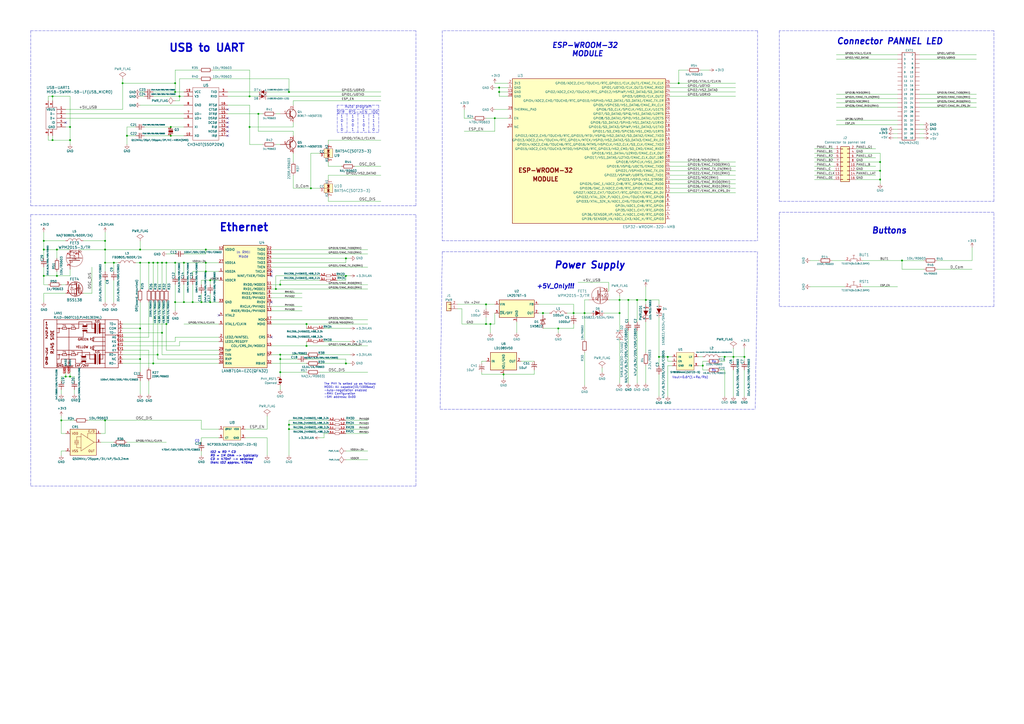
<source format=kicad_sch>
(kicad_sch (version 20211123) (generator eeschema)
  (paper "A2")
  (junction (at 101.6 48.26))
  (junction (at 86.36 152.4))
  (junction (at 40.64 218.44))
  (junction (at 96.52 152.4))
  (junction (at 144.78 55.88))
  (junction (at 200.66 149.86))
  (junction (at 289.56 53.34))
  (junction (at 106.68 152.4))
  (junction (at 425.45 207.01))
  (junction (at 177.8 200.66))
  (junction (at 40.64 81.28))
  (junction (at 88.9 152.4))
  (junction (at 287.02 68.58))
  (junction (at 81.28 208.28))
  (junction (at 101.6 53.34))
  (junction (at 292.1 217.17))
  (junction (at 200.66 160.02))
  (junction (at 33.02 160.02))
  (junction (at 374.65 173.99))
  (junction (at 40.64 73.66))
  (junction (at 96.52 187.96))
  (junction (at 121.92 162.56))
  (junction (at 332.74 181.61))
  (junction (at 119.38 144.78))
  (junction (at 364.49 173.99))
  (junction (at 407.67 212.09))
  (junction (at 111.76 175.26))
  (junction (at 323.85 190.5))
  (junction (at 359.41 181.61))
  (junction (at 25.4 139.7))
  (junction (at 200.66 210.82))
  (junction (at 431.8 207.01))
  (junction (at 281.94 176.53))
  (junction (at 99.06 78.74))
  (junction (at 101.6 175.26))
  (junction (at 101.6 152.4))
  (junction (at 144.78 73.66))
  (junction (at 88.9 210.82))
  (junction (at 510.54 104.14))
  (junction (at 104.14 55.88))
  (junction (at 91.44 205.74))
  (junction (at 339.09 181.61))
  (junction (at 60.96 243.84))
  (junction (at 281.94 187.96))
  (junction (at 177.8 187.96))
  (junction (at 369.57 173.99))
  (junction (at 66.04 152.4))
  (junction (at 387.35 207.01))
  (junction (at 359.41 173.99))
  (junction (at 93.98 152.4))
  (junction (at 81.28 190.5))
  (junction (at 93.98 193.04))
  (junction (at 30.48 55.88))
  (junction (at 167.64 53.34))
  (junction (at 314.96 181.61))
  (junction (at 81.28 144.78))
  (junction (at 167.64 246.38))
  (junction (at 25.4 160.02))
  (junction (at 160.02 167.64))
  (junction (at 510.54 93.98))
  (junction (at 180.34 109.22))
  (junction (at 25.4 144.78))
  (junction (at 81.28 152.4))
  (junction (at 71.12 48.26))
  (junction (at 162.56 205.74))
  (junction (at 99.06 73.66))
  (junction (at 162.56 165.1))
  (junction (at 119.38 157.48))
  (junction (at 33.02 144.78))
  (junction (at 30.48 81.28))
  (junction (at 119.38 152.4))
  (junction (at 149.86 66.04))
  (junction (at 284.48 187.96))
  (junction (at 106.68 175.26))
  (junction (at 162.56 208.28))
  (junction (at 60.96 144.78))
  (junction (at 382.27 207.01))
  (junction (at 73.66 78.74))
  (junction (at 510.54 99.06))
  (junction (at 60.96 139.7))
  (junction (at 60.96 152.4))
  (junction (at 167.64 248.92))
  (junction (at 121.92 175.26))
  (junction (at 162.56 215.9))
  (junction (at 420.37 207.01))
  (junction (at 35.56 243.84))
  (junction (at 91.44 152.4))
  (junction (at 289.56 50.8))
  (junction (at 38.1 218.44))
  (junction (at 393.7 48.26))
  (junction (at 116.84 175.26))
  (junction (at 523.24 151.13))
  (no_connect (at 157.48 175.26))
  (no_connect (at 127 182.88))
  (no_connect (at 132.08 78.74))
  (no_connect (at 38.1 71.12))
  (no_connect (at 132.08 63.5))
  (no_connect (at 132.08 76.2))
  (no_connect (at 132.08 73.66))
  (no_connect (at 132.08 71.12))
  (no_connect (at 157.48 157.48))
  (no_connect (at 157.48 160.02))
  (no_connect (at 132.08 68.58))
  (no_connect (at 157.48 195.58))
  (wire (pts (xy 425.45 214.63) (xy 425.45 229.87)))
  (wire (pts (xy 81.28 60.96) (xy 106.68 60.96)))
  (wire (pts (xy 190.5 96.52) (xy 198.12 96.52)))
  (wire (pts (xy 349.25 215.9) (xy 349.25 213.36)))
  (wire (pts (xy 154.94 254) (xy 154.94 264.16)))
  (wire (pts (xy 281.94 187.96) (xy 284.48 187.96)))
  (wire (pts (xy 30.48 55.88) (xy 40.64 55.88)))
  (wire (pts (xy 35.56 241.3) (xy 35.56 243.84)))
  (wire (pts (xy 33.02 149.86) (xy 33.02 144.78)))
  (wire (pts (xy 200.66 266.7) (xy 213.36 266.7)))
  (wire (pts (xy 281.94 179.07) (xy 281.94 176.53)))
  (wire (pts (xy 185.42 160.02) (xy 160.02 160.02)))
  (wire (pts (xy 533.4 62.23) (xy 566.42 62.23)))
  (wire (pts (xy 33.02 160.02) (xy 25.4 160.02)))
  (wire (pts (xy 328.93 181.61) (xy 332.74 181.61)))
  (wire (pts (xy 154.94 55.88) (xy 220.98 55.88)))
  (wire (pts (xy 35.56 220.98) (xy 35.56 218.44)))
  (wire (pts (xy 157.48 165.1) (xy 162.56 165.1)))
  (wire (pts (xy 496.57 101.6) (xy 508 101.6)))
  (wire (pts (xy 342.9 181.61) (xy 339.09 181.61)))
  (wire (pts (xy 91.44 205.74) (xy 91.44 208.28)))
  (wire (pts (xy 38.1 66.04) (xy 106.68 66.04)))
  (wire (pts (xy 520.7 34.29) (xy 485.14 34.29)))
  (wire (pts (xy 287.02 50.8) (xy 289.56 50.8)))
  (wire (pts (xy 104.14 55.88) (xy 104.14 58.42)))
  (wire (pts (xy 177.8 198.12) (xy 177.8 200.66)))
  (wire (pts (xy 123.19 45.72) (xy 167.64 45.72)))
  (wire (pts (xy 284.48 187.96) (xy 284.48 193.04)))
  (wire (pts (xy 190.5 243.84) (xy 167.64 243.84)))
  (wire (pts (xy 91.44 175.26) (xy 91.44 205.74)))
  (wire (pts (xy 142.24 248.92) (xy 154.94 248.92)))
  (wire (pts (xy 81.28 220.98) (xy 81.28 228.6)))
  (wire (pts (xy 369.57 222.25) (xy 369.57 191.77)))
  (wire (pts (xy 535.94 156.21) (xy 523.24 156.21)))
  (wire (pts (xy 93.98 152.4) (xy 96.52 152.4)))
  (wire (pts (xy 101.6 198.12) (xy 71.12 198.12)))
  (wire (pts (xy 116.84 248.92) (xy 116.84 243.84)))
  (wire (pts (xy 111.76 175.26) (xy 116.84 175.26)))
  (polyline (pts (xy 17.78 119.38) (xy 241.3 119.38)))
  (wire (pts (xy 180.34 109.22) (xy 180.34 88.9)))
  (wire (pts (xy 267.97 179.07) (xy 267.97 187.96)))
  (polyline (pts (xy 452.12 17.78) (xy 452.12 116.84)))
  (wire (pts (xy 48.26 170.18) (xy 53.34 170.18)))
  (wire (pts (xy 287.02 68.58) (xy 294.64 68.58)))
  (wire (pts (xy 269.24 63.5) (xy 269.24 68.58)))
  (wire (pts (xy 281.94 176.53) (xy 287.02 176.53)))
  (wire (pts (xy 510.54 104.14) (xy 510.54 106.68)))
  (wire (pts (xy 369.57 173.99) (xy 369.57 186.69)))
  (wire (pts (xy 520.7 31.75) (xy 485.14 31.75)))
  (wire (pts (xy 40.64 160.02) (xy 33.02 160.02)))
  (wire (pts (xy 200.66 243.84) (xy 213.36 243.84)))
  (wire (pts (xy 200.66 208.28) (xy 200.66 210.82)))
  (wire (pts (xy 200.66 210.82) (xy 203.2 210.82)))
  (wire (pts (xy 38.1 139.7) (xy 25.4 139.7)))
  (wire (pts (xy 496.57 104.14) (xy 510.54 104.14)))
  (wire (pts (xy 162.56 215.9) (xy 162.56 218.44)))
  (wire (pts (xy 472.44 101.6) (xy 483.87 101.6)))
  (wire (pts (xy 170.18 101.6) (xy 170.18 109.22)))
  (wire (pts (xy 374.65 186.69) (xy 374.65 204.47)))
  (wire (pts (xy 88.9 53.34) (xy 101.6 53.34)))
  (wire (pts (xy 96.52 187.96) (xy 71.12 187.96)))
  (wire (pts (xy 88.9 210.82) (xy 127 210.82)))
  (wire (pts (xy 425.45 207.01) (xy 431.8 207.01)))
  (wire (pts (xy 369.57 173.99) (xy 374.65 173.99)))
  (wire (pts (xy 45.72 144.78) (xy 60.96 144.78)))
  (polyline (pts (xy 241.3 119.38) (xy 241.3 17.78)))
  (polyline (pts (xy 576.58 17.78) (xy 452.12 17.78)))
  (wire (pts (xy 469.9 151.13) (xy 474.98 151.13)))
  (wire (pts (xy 25.4 139.7) (xy 25.4 144.78)))
  (wire (pts (xy 116.84 175.26) (xy 116.84 170.18)))
  (wire (pts (xy 38.1 63.5) (xy 71.12 63.5)))
  (wire (pts (xy 190.5 81.28) (xy 220.98 81.28)))
  (wire (pts (xy 269.24 68.58) (xy 274.32 68.58)))
  (wire (pts (xy 289.56 50.8) (xy 294.64 50.8)))
  (wire (pts (xy 393.7 40.64) (xy 393.7 48.26)))
  (wire (pts (xy 106.68 160.02) (xy 106.68 152.4)))
  (wire (pts (xy 154.94 248.92) (xy 154.94 241.3)))
  (wire (pts (xy 119.38 152.4) (xy 119.38 157.48)))
  (wire (pts (xy 388.62 96.52) (xy 426.72 96.52)))
  (wire (pts (xy 66.04 256.54) (xy 58.42 256.54)))
  (wire (pts (xy 170.18 76.2) (xy 149.86 76.2)))
  (wire (pts (xy 121.92 175.26) (xy 127 175.26)))
  (wire (pts (xy 323.85 190.5) (xy 323.85 193.04)))
  (wire (pts (xy 520.7 72.39) (xy 485.14 72.39)))
  (wire (pts (xy 25.4 154.94) (xy 25.4 160.02)))
  (wire (pts (xy 420.37 214.63) (xy 417.83 214.63)))
  (wire (pts (xy 332.74 181.61) (xy 339.09 181.61)))
  (wire (pts (xy 287.02 48.26) (xy 294.64 48.26)))
  (wire (pts (xy 510.54 88.9) (xy 510.54 93.98)))
  (wire (pts (xy 116.84 254) (xy 127 254)))
  (wire (pts (xy 106.68 165.1) (xy 106.68 175.26)))
  (wire (pts (xy 101.6 48.26) (xy 101.6 40.64)))
  (wire (pts (xy 101.6 53.34) (xy 106.68 53.34)))
  (wire (pts (xy 40.64 218.44) (xy 43.18 218.44)))
  (wire (pts (xy 339.09 223.52) (xy 339.09 204.47)))
  (wire (pts (xy 364.49 222.25) (xy 364.49 191.77)))
  (wire (pts (xy 27.94 55.88) (xy 30.48 55.88)))
  (wire (pts (xy 30.48 78.74) (xy 30.48 81.28)))
  (wire (pts (xy 496.57 93.98) (xy 510.54 93.98)))
  (wire (pts (xy 60.96 251.46) (xy 60.96 243.84)))
  (wire (pts (xy 382.27 207.01) (xy 382.27 212.09)))
  (wire (pts (xy 78.74 152.4) (xy 81.28 152.4)))
  (wire (pts (xy 294.64 53.34) (xy 289.56 53.34)))
  (wire (pts (xy 101.6 195.58) (xy 101.6 198.12)))
  (wire (pts (xy 472.44 96.52) (xy 483.87 96.52)))
  (wire (pts (xy 200.66 248.92) (xy 213.36 248.92)))
  (polyline (pts (xy 439.42 17.78) (xy 256.54 17.78)))
  (wire (pts (xy 81.28 144.78) (xy 119.38 144.78)))
  (wire (pts (xy 81.28 208.28) (xy 71.12 208.28)))
  (polyline (pts (xy 17.78 17.78) (xy 17.78 119.38)))
  (polyline (pts (xy 17.78 281.94) (xy 241.3 281.94)))
  (wire (pts (xy 469.9 166.37) (xy 490.22 166.37)))
  (wire (pts (xy 185.42 254) (xy 187.96 254)))
  (wire (pts (xy 60.96 152.4) (xy 60.96 157.48)))
  (wire (pts (xy 160.02 66.04) (xy 162.56 66.04)))
  (wire (pts (xy 279.4 215.9) (xy 279.4 217.17)))
  (wire (pts (xy 387.35 209.55) (xy 387.35 207.01)))
  (wire (pts (xy 496.57 88.9) (xy 510.54 88.9)))
  (wire (pts (xy 121.92 162.56) (xy 127 162.56)))
  (wire (pts (xy 93.98 167.64) (xy 93.98 152.4)))
  (wire (pts (xy 374.65 173.99) (xy 374.65 176.53)))
  (wire (pts (xy 472.44 91.44) (xy 483.87 91.44)))
  (wire (pts (xy 99.06 78.74) (xy 106.68 78.74)))
  (wire (pts (xy 38.1 68.58) (xy 106.68 68.58)))
  (wire (pts (xy 417.83 209.55) (xy 420.37 209.55)))
  (wire (pts (xy 60.96 144.78) (xy 60.96 152.4)))
  (wire (pts (xy 265.43 176.53) (xy 281.94 176.53)))
  (wire (pts (xy 25.4 170.18) (xy 25.4 175.26)))
  (wire (pts (xy 127 248.92) (xy 116.84 248.92)))
  (wire (pts (xy 86.36 203.2) (xy 71.12 203.2)))
  (wire (pts (xy 496.57 91.44) (xy 508 91.44)))
  (wire (pts (xy 78.74 73.66) (xy 73.66 73.66)))
  (wire (pts (xy 190.5 116.84) (xy 190.5 114.3)))
  (wire (pts (xy 123.19 40.64) (xy 144.78 40.64)))
  (wire (pts (xy 157.48 172.72) (xy 175.26 172.72)))
  (wire (pts (xy 104.14 198.12) (xy 104.14 200.66)))
  (wire (pts (xy 127 198.12) (xy 104.14 198.12)))
  (wire (pts (xy 359.41 171.45) (xy 359.41 173.99)))
  (wire (pts (xy 382.27 207.01) (xy 387.35 207.01)))
  (wire (pts (xy 190.5 93.98) (xy 190.5 96.52)))
  (polyline (pts (xy 17.78 17.78) (xy 241.3 17.78)))
  (wire (pts (xy 407.67 214.63) (xy 410.21 214.63)))
  (wire (pts (xy 500.38 151.13) (xy 523.24 151.13)))
  (wire (pts (xy 187.96 251.46) (xy 190.5 251.46)))
  (wire (pts (xy 93.98 193.04) (xy 93.98 205.74)))
  (wire (pts (xy 289.56 55.88) (xy 294.64 55.88)))
  (wire (pts (xy 96.52 256.54) (xy 73.66 256.54)))
  (wire (pts (xy 420.37 209.55) (xy 420.37 207.01)))
  (wire (pts (xy 96.52 175.26) (xy 96.52 187.96)))
  (wire (pts (xy 40.64 215.9) (xy 40.64 218.44)))
  (wire (pts (xy 60.96 144.78) (xy 81.28 144.78)))
  (wire (pts (xy 149.86 66.04) (xy 152.4 66.04)))
  (wire (pts (xy 353.06 173.99) (xy 359.41 173.99)))
  (wire (pts (xy 382.27 184.15) (xy 382.27 207.01)))
  (wire (pts (xy 35.56 218.44) (xy 38.1 218.44)))
  (wire (pts (xy 170.18 109.22) (xy 180.34 109.22)))
  (wire (pts (xy 431.8 214.63) (xy 431.8 229.87)))
  (wire (pts (xy 496.57 86.36) (xy 508 86.36)))
  (wire (pts (xy 281.94 68.58) (xy 287.02 68.58)))
  (wire (pts (xy 101.6 165.1) (xy 101.6 175.26)))
  (wire (pts (xy 101.6 147.32) (xy 96.52 147.32)))
  (wire (pts (xy 187.96 254) (xy 187.96 251.46)))
  (wire (pts (xy 60.96 134.62) (xy 60.96 139.7)))
  (wire (pts (xy 520.7 59.69) (xy 485.14 59.69)))
  (wire (pts (xy 167.64 45.72) (xy 167.64 53.34)))
  (wire (pts (xy 157.48 144.78) (xy 213.36 144.78)))
  (wire (pts (xy 144.78 55.88) (xy 149.86 55.88)))
  (wire (pts (xy 332.74 190.5) (xy 323.85 190.5)))
  (wire (pts (xy 387.35 207.01) (xy 389.89 207.01)))
  (wire (pts (xy 312.42 181.61) (xy 314.96 181.61)))
  (wire (pts (xy 180.34 88.9) (xy 185.42 88.9)))
  (polyline (pts (xy 255.27 237.49) (xy 438.15 237.49)))
  (wire (pts (xy 60.96 152.4) (xy 66.04 152.4)))
  (wire (pts (xy 190.5 101.6) (xy 190.5 104.14)))
  (wire (pts (xy 177.8 187.96) (xy 213.36 187.96)))
  (wire (pts (xy 533.4 34.29) (xy 566.42 34.29)))
  (wire (pts (xy 96.52 152.4) (xy 101.6 152.4)))
  (wire (pts (xy 106.68 175.26) (xy 111.76 175.26)))
  (wire (pts (xy 162.56 162.56) (xy 162.56 165.1)))
  (wire (pts (xy 405.13 212.09) (xy 407.67 212.09)))
  (wire (pts (xy 88.9 152.4) (xy 91.44 152.4)))
  (wire (pts (xy 25.4 149.86) (xy 25.4 144.78)))
  (wire (pts (xy 35.56 261.62) (xy 35.56 264.16)))
  (wire (pts (xy 518.16 77.47) (xy 520.7 77.47)))
  (wire (pts (xy 294.64 63.5) (xy 287.02 63.5)))
  (wire (pts (xy 520.7 54.61) (xy 485.14 54.61)))
  (wire (pts (xy 73.66 73.66) (xy 73.66 78.74)))
  (wire (pts (xy 332.74 181.61) (xy 332.74 182.88)))
  (wire (pts (xy 88.9 175.26) (xy 88.9 210.82)))
  (wire (pts (xy 91.44 152.4) (xy 93.98 152.4)))
  (polyline (pts (xy 219.71 60.96) (xy 195.58 60.96)))
  (wire (pts (xy 25.4 134.62) (xy 25.4 139.7)))
  (wire (pts (xy 60.96 162.56) (xy 60.96 175.26)))
  (wire (pts (xy 533.4 54.61) (xy 566.42 54.61)))
  (wire (pts (xy 407.67 212.09) (xy 407.67 214.63)))
  (wire (pts (xy 410.21 209.55) (xy 407.67 209.55)))
  (wire (pts (xy 472.44 99.06) (xy 483.87 99.06)))
  (wire (pts (xy 535.94 72.39) (xy 533.4 72.39)))
  (polyline (pts (xy 452.12 116.84) (xy 576.58 116.84)))
  (wire (pts (xy 86.36 213.36) (xy 86.36 203.2)))
  (wire (pts (xy 58.42 251.46) (xy 60.96 251.46)))
  (wire (pts (xy 121.92 165.1) (xy 121.92 162.56)))
  (wire (pts (xy 144.78 60.96) (xy 144.78 73.66)))
  (wire (pts (xy 200.66 160.02) (xy 203.2 160.02)))
  (wire (pts (xy 312.42 176.53) (xy 332.74 176.53)))
  (wire (pts (xy 157.48 180.34) (xy 175.26 180.34)))
  (wire (pts (xy 93.98 193.04) (xy 71.12 193.04)))
  (wire (pts (xy 157.48 187.96) (xy 177.8 187.96)))
  (wire (pts (xy 190.5 101.6) (xy 220.98 101.6)))
  (polyline (pts (xy 256.54 17.78) (xy 256.54 139.7)))
  (wire (pts (xy 43.18 226.06) (xy 43.18 228.6)))
  (wire (pts (xy 83.82 73.66) (xy 99.06 73.66)))
  (wire (pts (xy 157.48 185.42) (xy 213.36 185.42)))
  (wire (pts (xy 81.28 190.5) (xy 81.28 208.28)))
  (wire (pts (xy 27.94 165.1) (xy 25.4 165.1)))
  (wire (pts (xy 167.64 248.92) (xy 167.64 264.16)))
  (wire (pts (xy 144.78 73.66) (xy 144.78 83.82)))
  (wire (pts (xy 116.84 256.54) (xy 116.84 254)))
  (wire (pts (xy 170.18 71.12) (xy 170.18 73.66)))
  (wire (pts (xy 353.06 168.91) (xy 353.06 163.83)))
  (wire (pts (xy 121.92 175.26) (xy 121.92 170.18)))
  (wire (pts (xy 406.4 40.64) (xy 411.48 40.64)))
  (polyline (pts (xy 195.58 66.04) (xy 219.71 66.04)))
  (polyline (pts (xy 576.58 123.19) (xy 452.12 123.19)))
  (wire (pts (xy 496.57 96.52) (xy 508 96.52)))
  (wire (pts (xy 157.48 149.86) (xy 200.66 149.86)))
  (wire (pts (xy 177.8 200.66) (xy 213.36 200.66)))
  (wire (pts (xy 314.96 181.61) (xy 314.96 182.88)))
  (wire (pts (xy 48.26 139.7) (xy 60.96 139.7)))
  (wire (pts (xy 359.41 173.99) (xy 364.49 173.99)))
  (wire (pts (xy 40.64 81.28) (xy 40.64 83.82)))
  (wire (pts (xy 104.14 58.42) (xy 101.6 58.42)))
  (wire (pts (xy 30.48 58.42) (xy 30.48 55.88)))
  (polyline (pts (xy 439.42 17.78) (xy 439.42 139.7)))
  (wire (pts (xy 157.48 170.18) (xy 175.26 170.18)))
  (wire (pts (xy 332.74 176.53) (xy 332.74 181.61)))
  (wire (pts (xy 364.49 173.99) (xy 369.57 173.99)))
  (wire (pts (xy 96.52 187.96) (xy 96.52 203.2)))
  (wire (pts (xy 154.94 53.34) (xy 167.64 53.34)))
  (wire (pts (xy 353.06 163.83) (xy 335.28 163.83)))
  (wire (pts (xy 40.64 55.88) (xy 40.64 73.66)))
  (polyline (pts (xy 576.58 116.84) (xy 576.58 17.78)))
  (wire (pts (xy 535.94 77.47) (xy 533.4 77.47)))
  (wire (pts (xy 83.82 53.34) (xy 81.28 53.34)))
  (wire (pts (xy 195.58 160.02) (xy 200.66 160.02)))
  (wire (pts (xy 177.8 208.28) (xy 200.66 208.28)))
  (wire (pts (xy 382.27 217.17) (xy 382.27 229.87)))
  (wire (pts (xy 157.48 152.4) (xy 200.66 152.4)))
  (wire (pts (xy 27.94 58.42) (xy 27.94 55.88)))
  (wire (pts (xy 520.7 57.15) (xy 485.14 57.15)))
  (wire (pts (xy 66.04 162.56) (xy 66.04 175.26)))
  (wire (pts (xy 388.62 48.26) (xy 393.7 48.26)))
  (wire (pts (xy 132.08 55.88) (xy 144.78 55.88)))
  (wire (pts (xy 332.74 187.96) (xy 332.74 190.5)))
  (wire (pts (xy 132.08 66.04) (xy 149.86 66.04)))
  (wire (pts (xy 302.26 209.55) (xy 309.88 209.55)))
  (wire (pts (xy 104.14 55.88) (xy 106.68 55.88)))
  (wire (pts (xy 200.66 152.4) (xy 200.66 149.86)))
  (wire (pts (xy 27.94 78.74) (xy 27.94 81.28)))
  (wire (pts (xy 162.56 205.74) (xy 162.56 208.28)))
  (wire (pts (xy 287.02 187.96) (xy 284.48 187.96)))
  (wire (pts (xy 417.83 207.01) (xy 420.37 207.01)))
  (wire (pts (xy 287.02 68.58) (xy 287.02 76.2)))
  (wire (pts (xy 71.12 48.26) (xy 71.12 63.5)))
  (wire (pts (xy 144.78 83.82) (xy 152.4 83.82)))
  (wire (pts (xy 101.6 152.4) (xy 106.68 152.4)))
  (wire (pts (xy 407.67 209.55) (xy 407.67 212.09)))
  (polyline (pts (xy 452.12 177.8) (xy 576.58 177.8)))
  (wire (pts (xy 200.66 162.56) (xy 200.66 160.02)))
  (wire (pts (xy 533.4 59.69) (xy 566.42 59.69)))
  (polyline (pts (xy 219.71 60.96) (xy 219.71 76.835)))
  (wire (pts (xy 543.56 151.13) (xy 563.88 151.13)))
  (wire (pts (xy 119.38 144.78) (xy 127 144.78)))
  (wire (pts (xy 50.8 243.84) (xy 60.96 243.84)))
  (wire (pts (xy 106.68 147.32) (xy 119.38 147.32)))
  (wire (pts (xy 388.62 104.14) (xy 426.72 104.14)))
  (wire (pts (xy 543.56 156.21) (xy 563.88 156.21)))
  (wire (pts (xy 99.06 73.66) (xy 106.68 73.66)))
  (wire (pts (xy 190.5 246.38) (xy 167.64 246.38)))
  (wire (pts (xy 339.09 181.61) (xy 339.09 196.85)))
  (wire (pts (xy 104.14 55.88) (xy 104.14 45.72)))
  (wire (pts (xy 86.36 152.4) (xy 88.9 152.4)))
  (wire (pts (xy 279.4 217.17) (xy 292.1 217.17)))
  (wire (pts (xy 116.84 175.26) (xy 121.92 175.26)))
  (wire (pts (xy 482.6 151.13) (xy 490.22 151.13)))
  (wire (pts (xy 71.12 195.58) (xy 86.36 195.58)))
  (wire (pts (xy 203.2 190.5) (xy 187.96 190.5)))
  (wire (pts (xy 38.1 218.44) (xy 40.64 218.44)))
  (wire (pts (xy 144.78 40.64) (xy 144.78 55.88)))
  (wire (pts (xy 111.76 157.48) (xy 119.38 157.48)))
  (wire (pts (xy 299.72 186.69) (xy 299.72 193.04)))
  (wire (pts (xy 160.02 160.02) (xy 160.02 167.64)))
  (wire (pts (xy 382.27 176.53) (xy 382.27 173.99)))
  (wire (pts (xy 73.66 78.74) (xy 73.66 83.82)))
  (wire (pts (xy 157.48 154.94) (xy 213.36 154.94)))
  (wire (pts (xy 81.28 139.7) (xy 81.28 144.78)))
  (wire (pts (xy 393.7 48.26) (xy 426.72 48.26)))
  (wire (pts (xy 119.38 157.48) (xy 127 157.48)))
  (wire (pts (xy 33.02 157.48) (xy 33.02 160.02)))
  (wire (pts (xy 66.04 152.4) (xy 68.58 152.4)))
  (wire (pts (xy 101.6 160.02) (xy 101.6 152.4)))
  (wire (pts (xy 287.02 76.2) (xy 269.24 76.2)))
  (wire (pts (xy 93.98 175.26) (xy 93.98 193.04)))
  (wire (pts (xy 388.62 101.6) (xy 426.72 101.6)))
  (wire (pts (xy 279.4 210.82) (xy 279.4 209.55)))
  (wire (pts (xy 104.14 200.66) (xy 71.12 200.66)))
  (wire (pts (xy 96.52 203.2) (xy 127 203.2)))
  (wire (pts (xy 203.2 205.74) (xy 185.42 205.74)))
  (wire (pts (xy 420.37 229.87) (xy 420.37 214.63)))
  (wire (pts (xy 388.62 53.34) (xy 426.72 53.34)))
  (wire (pts (xy 425.45 207.01) (xy 425.45 209.55)))
  (wire (pts (xy 292.1 217.17) (xy 292.1 219.71)))
  (wire (pts (xy 388.62 55.88) (xy 426.72 55.88)))
  (wire (pts (xy 104.14 45.72) (xy 115.57 45.72)))
  (wire (pts (xy 388.62 109.22) (xy 426.72 109.22)))
  (wire (pts (xy 185.42 162.56) (xy 162.56 162.56)))
  (wire (pts (xy 132.08 53.34) (xy 149.86 53.34)))
  (wire (pts (xy 66.04 157.48) (xy 66.04 152.4)))
  (wire (pts (xy 40.64 73.66) (xy 38.1 73.66)))
  (wire (pts (xy 177.8 215.9) (xy 162.56 215.9)))
  (wire (pts (xy 185.42 210.82) (xy 200.66 210.82)))
  (wire (pts (xy 170.18 60.96) (xy 170.18 58.42)))
  (wire (pts (xy 177.8 190.5) (xy 177.8 187.96)))
  (wire (pts (xy 425.45 201.93) (xy 425.45 207.01)))
  (wire (pts (xy 116.84 261.62) (xy 116.84 264.16)))
  (wire (pts (xy 339.09 173.99) (xy 341.63 173.99)))
  (wire (pts (xy 472.44 104.14) (xy 483.87 104.14)))
  (wire (pts (xy 472.44 88.9) (xy 483.87 88.9)))
  (wire (pts (xy 170.18 78.74) (xy 170.18 76.2)))
  (wire (pts (xy 162.56 226.06) (xy 162.56 223.52)))
  (wire (pts (xy 339.09 173.99) (xy 339.09 181.61)))
  (polyline (pts (xy 219.71 76.835) (xy 195.58 76.835)))
  (wire (pts (xy 30.48 81.28) (xy 40.64 81.28)))
  (wire (pts (xy 533.4 31.75) (xy 566.42 31.75)))
  (wire (pts (xy 81.28 208.28) (xy 81.28 215.9)))
  (wire (pts (xy 116.84 162.56) (xy 116.84 165.1)))
  (wire (pts (xy 314.96 181.61) (xy 318.77 181.61)))
  (wire (pts (xy 132.08 60.96) (xy 144.78 60.96)))
  (wire (pts (xy 86.36 220.98) (xy 86.36 228.6)))
  (wire (pts (xy 359.41 173.99) (xy 359.41 181.61)))
  (wire (pts (xy 431.8 207.01) (xy 431.8 209.55)))
  (wire (pts (xy 88.9 167.64) (xy 88.9 152.4)))
  (wire (pts (xy 162.56 208.28) (xy 172.72 208.28)))
  (wire (pts (xy 127 187.96) (xy 106.68 187.96)))
  (polyline (pts (xy 17.78 124.46) (xy 17.78 281.94)))
  (wire (pts (xy 162.56 208.28) (xy 162.56 215.9)))
  (polyline (pts (xy 17.78 124.46) (xy 241.3 124.46)))
  (wire (pts (xy 472.44 86.36) (xy 483.87 86.36)))
  (wire (pts (xy 35.56 243.84) (xy 35.56 251.46)))
  (polyline (pts (xy 195.58 60.96) (xy 195.58 76.835)))
  (wire (pts (xy 170.18 58.42) (xy 220.98 58.42)))
  (wire (pts (xy 53.34 170.18) (xy 53.34 154.94)))
  (wire (pts (xy 563.88 151.13) (xy 563.88 143.51)))
  (wire (pts (xy 388.62 111.76) (xy 426.72 111.76)))
  (wire (pts (xy 91.44 167.64) (xy 91.44 152.4)))
  (wire (pts (xy 289.56 53.34) (xy 289.56 55.88)))
  (wire (pts (xy 314.96 190.5) (xy 323.85 190.5)))
  (wire (pts (xy 157.48 177.8) (xy 175.26 177.8)))
  (wire (pts (xy 25.4 170.18) (xy 38.1 170.18)))
  (wire (pts (xy 111.76 165.1) (xy 111.76 175.26)))
  (wire (pts (xy 25.4 144.78) (xy 33.02 144.78)))
  (polyline (pts (xy 201.295 66.04) (xy 201.295 76.835)))
  (wire (pts (xy 101.6 48.26) (xy 71.12 48.26)))
  (wire (pts (xy 101.6 40.64) (xy 115.57 40.64)))
  (wire (pts (xy 167.64 246.38) (xy 167.64 248.92)))
  (wire (pts (xy 38.1 215.9) (xy 38.1 218.44)))
  (wire (pts (xy 388.62 93.98) (xy 426.72 93.98)))
  (wire (pts (xy 170.18 88.9) (xy 170.18 93.98)))
  (wire (pts (xy 195.58 162.56) (xy 200.66 162.56)))
  (wire (pts (xy 281.94 184.15) (xy 281.94 187.96)))
  (polyline (pts (xy 256.54 146.05) (xy 255.27 237.49)))
  (wire (pts (xy 101.6 175.26) (xy 101.6 180.34)))
  (polyline (pts (xy 213.995 66.04) (xy 213.995 76.835)))
  (wire (pts (xy 180.34 109.22) (xy 185.42 109.22)))
  (wire (pts (xy 510.54 93.98) (xy 510.54 99.06)))
  (wire (pts (xy 200.66 251.46) (xy 213.36 251.46)))
  (wire (pts (xy 60.96 139.7) (xy 60.96 144.78)))
  (wire (pts (xy 43.18 243.84) (xy 35.56 243.84)))
  (wire (pts (xy 160.02 167.64) (xy 213.36 167.64)))
  (wire (pts (xy 157.48 200.66) (xy 177.8 200.66)))
  (polyline (pts (xy 256.54 139.7) (xy 439.42 139.7)))
  (polyline (pts (xy 195.58 63.5) (xy 219.71 63.5)))
  (wire (pts (xy 420.37 207.01) (xy 425.45 207.01)))
  (wire (pts (xy 388.62 106.68) (xy 426.72 106.68)))
  (wire (pts (xy 101.6 48.26) (xy 101.6 53.34)))
  (wire (pts (xy 170.18 73.66) (xy 144.78 73.66)))
  (wire (pts (xy 81.28 167.64) (xy 81.28 152.4)))
  (wire (pts (xy 167.64 243.84) (xy 167.64 246.38)))
  (wire (pts (xy 177.8 210.82) (xy 157.48 210.82)))
  (wire (pts (xy 91.44 208.28) (xy 127 208.28)))
  (wire (pts (xy 398.78 40.64) (xy 393.7 40.64)))
  (wire (pts (xy 200.66 261.62) (xy 213.36 261.62)))
  (wire (pts (xy 81.28 190.5) (xy 71.12 190.5)))
  (wire (pts (xy 160.02 83.82) (xy 162.56 83.82)))
  (wire (pts (xy 83.82 78.74) (xy 99.06 78.74)))
  (wire (pts (xy 86.36 167.64) (xy 86.36 152.4)))
  (wire (pts (xy 81.28 152.4) (xy 86.36 152.4)))
  (wire (pts (xy 267.97 187.96) (xy 281.94 187.96)))
  (wire (pts (xy 91.44 205.74) (xy 71.12 205.74)))
  (wire (pts (xy 157.48 167.64) (xy 160.02 167.64)))
  (wire (pts (xy 533.4 80.01) (xy 535.94 80.01)))
  (wire (pts (xy 127 195.58) (xy 101.6 195.58)))
  (wire (pts (xy 119.38 152.4) (xy 127 152.4)))
  (wire (pts (xy 43.18 218.44) (xy 43.18 220.98)))
  (wire (pts (xy 116.84 162.56) (xy 121.92 162.56)))
  (wire (pts (xy 40.64 156.21) (xy 40.64 160.02)))
  (wire (pts (xy 389.89 212.09) (xy 387.35 212.09)))
  (wire (pts (xy 157.48 205.74) (xy 162.56 205.74)))
  (wire (pts (xy 81.28 175.26) (xy 81.28 190.5)))
  (polyline (pts (xy 256.54 146.05) (xy 439.42 146.05)))
  (wire (pts (xy 287.02 181.61) (xy 287.02 187.96)))
  (wire (pts (xy 203.2 198.12) (xy 187.96 198.12)))
  (wire (pts (xy 60.96 243.84) (xy 116.84 243.84)))
  (wire (pts (xy 71.12 210.82) (xy 88.9 210.82)))
  (wire (pts (xy 83.82 55.88) (xy 81.28 55.88)))
  (polyline (pts (xy 576.58 177.8) (xy 576.58 123.19)))
  (wire (pts (xy 142.24 254) (xy 154.94 254)))
  (wire (pts (xy 289.56 50.8) (xy 289.56 53.34)))
  (wire (pts (xy 387.35 212.09) (xy 387.35 229.87)))
  (wire (pts (xy 472.44 93.98) (xy 483.87 93.98)))
  (wire (pts (xy 162.56 165.1) (xy 213.36 165.1)))
  (wire (pts (xy 388.62 99.06) (xy 426.72 99.06)))
  (wire (pts (xy 162.56 205.74) (xy 177.8 205.74)))
  (wire (pts (xy 106.68 152.4) (xy 119.38 152.4)))
  (wire (pts (xy 520.7 166.37) (xy 500.38 166.37)))
  (wire (pts (xy 167.64 53.34) (xy 220.98 53.34)))
  (wire (pts (xy 149.86 76.2) (xy 149.86 66.04)))
  (polyline (pts (xy 452.12 123.19) (xy 452.12 177.8)))
  (wire (pts (xy 518.16 80.01) (xy 520.7 80.01)))
  (wire (pts (xy 533.4 74.93) (xy 535.94 74.93)))
  (wire (pts (xy 101.6 175.26) (xy 106.68 175.26)))
  (wire (pts (xy 96.52 167.64) (xy 96.52 152.4)))
  (wire (pts (xy 190.5 81.28) (xy 190.5 83.82)))
  (wire (pts (xy 35.56 226.06) (xy 35.56 228.6)))
  (wire (pts (xy 382.27 173.99) (xy 374.65 173.99)))
  (wire (pts (xy 364.49 173.99) (xy 364.49 186.69)))
  (wire (pts (xy 40.64 73.66) (xy 40.64 81.28)))
  (wire (pts (xy 78.74 78.74) (xy 73.66 78.74)))
  (wire (pts (xy 86.36 195.58) (xy 86.36 175.26)))
  (wire (pts (xy 496.57 99.06) (xy 510.54 99.06)))
  (wire (pts (xy 25.4 160.02) (xy 25.4 165.1)))
  (polyline (pts (xy 241.3 281.94) (xy 241.3 124.46)))
  (wire (pts (xy 27.94 81.28) (xy 30.48 81.28)))
  (wire (pts (xy 359.41 181.61) (xy 359.41 191.77)))
  (wire (pts (xy 200.66 246.38) (xy 213.36 246.38)))
  (wire (pts (xy 359.41 222.25) (xy 359.41 196.85)))
  (wire (pts (xy 185.42 215.9) (xy 213.36 215.9)))
  (wire (pts (xy 279.4 209.55) (xy 281.94 209.55)))
  (wire (pts (xy 533.4 57.15) (xy 566.42 57.15)))
  (wire (pts (xy 190.5 248.92) (xy 167.64 248.92)))
  (polyline (pts (xy 439.42 146.05) (xy 438.15 237.49)))
  (wire (pts (xy 520.7 69.85) (xy 485.14 69.85)))
  (wire (pts (xy 119.38 147.32) (xy 119.38 144.78)))
  (wire (pts (xy 71.12 48.26) (xy 71.12 45.72)))
  (wire (pts (xy 190.5 116.84) (xy 220.98 116.84)))
  (wire (pts (xy 267.97 179.07) (xy 265.43 179.07)))
  (wire (pts (xy 157.48 147.32) (xy 213.36 147.32)))
  (wire (pts (xy 93.98 205.74) (xy 127 205.74)))
  (wire (pts (xy 309.88 214.63) (xy 309.88 217.17)))
  (wire (pts (xy 200.66 149.86) (xy 203.2 149.86)))
  (wire (pts (xy 374.65 166.37) (xy 374.65 173.99)))
  (wire (pts (xy 35.56 251.46) (xy 38.1 251.46)))
  (wire (pts (xy 111.76 157.48) (xy 111.76 160.02)))
  (wire (pts (xy 35.56 165.1) (xy 38.1 165.1)))
  (wire (pts (xy 388.62 50.8) (xy 426.72 50.8)))
  (wire (pts (xy 309.88 217.17) (xy 292.1 217.17)))
  (wire (pts (xy 520.7 62.23) (xy 485.14 62.23)))
  (wire (pts (xy 510.54 99.06) (xy 510.54 104.14)))
  (wire (pts (xy 405.13 207.01) (xy 407.67 207.01)))
  (wire (pts (xy 33.02 144.78) (xy 40.64 144.78)))
  (wire (pts (xy 374.65 222.25) (xy 374.65 212.09)))
  (polyline (pts (xy 207.645 66.04) (xy 207.645 76.835)))
  (wire (pts (xy 523.24 151.13) (xy 535.94 151.13)))
  (wire (pts (xy 431.8 201.93) (xy 431.8 207.01)))
  (wire (pts (xy 523.24 156.21) (xy 523.24 151.13)))
  (wire (pts (xy 205.74 96.52) (xy 220.98 96.52)))
  (wire (pts (xy 389.89 209.55) (xy 387.35 209.55)))
  (wire (pts (xy 518.16 74.93) (xy 520.7 74.93)))
  (wire (pts (xy 88.9 55.88) (xy 104.14 55.88)))
  (wire (pts (xy 38.1 261.62) (xy 35.56 261.62)))
  (wire (pts (xy 350.52 181.61) (xy 359.41 181.61)))
  (text "Ethernet" (at 127 134.62 0) (effects (font (size 4.4958 4.4958) (thickness 0.8992) bold) (justify left bottom)))
  (text "1" (at 197.485 68.58 0) (effects (font (size 1.524 1.524)) (justify left bottom)))
  (text "CD" (at 113.03 256.54 0) (effects (font (size 1.27 1.27)) (justify left bottom)))
  (text "1" (at 210.185 76.2 0) (effects (font (size 1.524 1.524)) (justify left bottom)))
  (text "DTR  RTS->EN  IO0" (at 195.58 66.04 0) (effects (font (size 1.524 1.524)) (justify left bottom)))
  (text "Ra" (at 412.75 210.566 0) (effects (font (size 1.2954 1.2954)) (justify left bottom)))
  (text "0" (at 203.835 71.12 0) (effects (font (size 1.524 1.524)) (justify left bottom)))
  (text "0" (at 215.9 76.2 0) (effects (font (size 1.524 1.524)) (justify left bottom)))
  (text "Buttons" (at 505.46 135.89 0) (effects (font (size 3.5052 3.5052) (thickness 0.701) bold italic) (justify left bottom)))
  (text "0" (at 210.185 73.66 0) (effects (font (size 1.524 1.524)) (justify left bottom)))
  (text "+5V_Only!!!" (at 311.15 167.64 0) (effects (font (size 2.54 2.54) (thickness 0.508) bold italic) (justify left bottom)))
  (text "1" (at 215.9 71.12 0) (effects (font (size 1.524 1.524)) (justify left bottom)))
  (text "tD2 ≈ RD * CD\nRD = 1M Ohm -> typiclally\nCD = 470nF -> selected\nthen: tD2 approx. 470ms" (at 121.92 269.24 0) (effects (font (size 1.27 1.27) (thickness 0.254) bold italic) (justify left bottom)))
  (text "1" (at 203.835 76.2 0) (effects (font (size 1.524 1.524)) (justify left bottom)))
  (text "In RMII\n Mode\n" (at 137.16 149.86 0) (effects (font (size 1.4986 1.4986)) (justify left bottom)))
  (text "Vout=0.6*(1+Ra/Rb)" (at 389.89 219.71 0) (effects (font (size 1.2954 1.2954)) (justify left bottom)))
  (text "Auto program\n" (at 200.025 62.865 0) (effects (font (size 1.524 1.524)) (justify left bottom)))
  (text "1" (at 215.9 68.58 0) (effects (font (size 1.524 1.524)) (justify left bottom)))
  (text "Connector PANNEL LED\n\n" (at 485.14 31.75 0) (effects (font (size 3.5052 3.5052) (thickness 0.701) bold italic) (justify left bottom)))
  (text "1" (at 210.185 71.12 0) (effects (font (size 1.524 1.524)) (justify left bottom)))
  (text "Power Supply" (at 321.31 156.21 0) (effects (font (size 3.9878 3.9878) (thickness 0.7976) bold italic) (justify left bottom)))
  (text "1" (at 210.185 68.58 0) (effects (font (size 1.524 1.524)) (justify left bottom)))
  (text "0" (at 197.485 71.12 0) (effects (font (size 1.524 1.524)) (justify left bottom)))
  (text "1" (at 215.9 73.66 0) (effects (font (size 1.524 1.524)) (justify left bottom)))
  (text "ESP-WROOM-32\n     MODULE" (at 320.04 33.02 0) (effects (font (size 2.9972 2.9972) (thickness 0.5994) bold italic) (justify left bottom)))
  (text "0" (at 197.485 76.2 0) (effects (font (size 1.524 1.524)) (justify left bottom)))
  (text "1" (at 203.835 68.58 0) (effects (font (size 1.524 1.524)) (justify left bottom)))
  (text "USB to UART" (at 97.79 30.48 0) (effects (font (size 4.4958 4.4958) (thickness 0.8992) bold) (justify left bottom)))
  (text "1" (at 197.485 73.66 0) (effects (font (size 1.524 1.524)) (justify left bottom)))
  (text "The PHY is setted up as follows:\nMODE: All capable(10/100Base)\n-Auto-negotiation enabled\n-RMII Configuration\n-SMI address: 0x00" (at 187.96 231.14 0) (effects (font (size 1.1938 1.1938)) (justify left bottom)))
  (text "0" (at 203.835 73.66 0) (effects (font (size 1.524 1.524)) (justify left bottom)))
  (text "Rb" (at 412.75 215.646 0) (effects (font (size 1.2954 1.2954)) (justify left bottom)))
  (label "GPIO2/HS2_DATA0" (at 490.22 34.29 0) (effects (font (size 0.9906 0.9906))))
  (label "GPIO25/EMAC_RXD0(RMII)" (at 190.5 165.1 0) (effects (font (size 0.9906 0.9906))))
  (label "PHYAD1" (at 165.1 177.8 0) (effects (font (size 0.9906 0.9906))))
  (label "GPIO22/EMAC_TXD1(RMII)" (at 398.78 101.6 0))
  (label "GPIO19/EMAC_TXD0(RMII)" (at 190.5 144.78 0) (effects (font (size 0.9906 0.9906))))
  (label "GPIO19/EMAC_TXD0(RMII)" (at 398.78 96.52 0))
  (label "PANEL_CLK" (at 473.71 101.6 0))
  (label "VDD1A-2A" (at 119.38 152.4 180) (effects (font (size 0.9906 0.9906))))
  (label "GPIO27/EMAC_RX_CRS_DV" (at 543.56 62.23 0) (effects (font (size 0.9906 0.9906))))
  (label "GPIO26/EMAC_RXD1(RMII)" (at 190.5 167.64 0) (effects (font (size 0.9906 0.9906))))
  (label "GPIO1/U0TXD" (at 543.56 31.75 0) (effects (font (size 0.9906 0.9906))))
  (label "Vin +24V" (at 269.24 176.53 0))
  (label "GPIO19/EMAC_TXD0(RMII)" (at 543.56 54.61 0) (effects (font (size 0.9906 0.9906))))
  (label "GPIO3/U0RXD" (at 543.56 34.29 0) (effects (font (size 0.9906 0.9906))))
  (label "OSC_DIS" (at 53.34 167.64 90) (effects (font (size 1.524 1.524))))
  (label "GPIO21/EMAC_TX_EN(RMII)" (at 190.5 154.94 0) (effects (font (size 0.9906 0.9906))))
  (label "GPIO22/EMAC_TXD1(RMII)" (at 543.56 57.15 0) (effects (font (size 0.9906 0.9906))))
  (label "PHYAD0" (at 165.1 180.34 0) (effects (font (size 0.9906 0.9906))))
  (label "PANEL_B" (at 496.57 96.52 0))
  (label "GPIO27/EMAC_RX_CRS_DV" (at 190.5 200.66 0) (effects (font (size 0.9906 0.9906))))
  (label "PHYAD2" (at 208.28 248.92 0) (effects (font (size 0.9906 0.9906))))
  (label "PANEL_R1" (at 473.71 86.36 0))
  (label "GPIO3/U0RXD" (at 198.12 53.34 0))
  (label "OSC_DIS" (at 208.28 116.84 0) (effects (font (size 1.524 1.524))))
  (label "GPIO23/MDC(RMII)" (at 398.78 104.14 0))
  (label "PANEL_A" (at 473.71 96.52 0))
  (label "ESP_EN" (at 490.22 72.39 0) (effects (font (size 0.9906 0.9906))))
  (label "BUT1" (at 510.54 151.13 0))
  (label "GPI36/U1RXD" (at 490.22 69.85 0) (effects (font (size 0.9906 0.9906))))
  (label "GPIO25/EMAC_RXD0(RMII)" (at 543.56 59.69 0) (effects (font (size 0.9906 0.9906))))
  (label "PANEL_B2" (at 473.71 93.98 0))
  (label "GPIO26/EMAC_RXD1(RMII)" (at 490.22 62.23 0) (effects (font (size 0.9906 0.9906))))
  (label "GPIO18/MDIO(RMII)" (at 398.78 93.98 0))
  (label "GPIO23/MDC(RMII)" (at 490.22 59.69 0) (effects (font (size 0.9906 0.9906))))
  (label "GPIO0/XTAL1/CLKIN" (at 490.22 31.75 0) (effects (font (size 0.9906 0.9906))))
  (label "ESP_EN" (at 510.54 166.37 0) (effects (font (size 0.9906 0.9906))))
  (label "PANNEL_LAT" (at 496.57 101.6 0))
  (label "PANEL_R2" (at 473.71 91.44 0))
  (label "GPIO25/EMAC_RXD0(RMII)" (at 398.78 106.68 0))
  (label "ESP_EN" (at 144.78 248.92 0) (effects (font (size 1.524 1.524))))
  (label "RMIISEL" (at 165.1 170.18 0) (effects (font (size 0.9906 0.9906))))
  (label "VDD1A-2A" (at 203.2 261.62 0) (effects (font (size 0.9906 0.9906))))
  (label "GPIO0/XTAL1/CLKIN" (at 78.74 256.54 0) (effects (font (size 0.9906 0.9906))))
  (label "GND" (at 270.51 187.96 0))
  (label "+5V_USB" (at 337.82 163.83 0) (effects (font (size 1.524 1.524))))
  (label "GPIO3/U0RXD" (at 398.78 55.88 0))
  (label "VDDCR" (at 203.2 266.7 0) (effects (font (size 0.9906 0.9906))))
  (label "PHYAD2" (at 165.1 172.72 0) (effects (font (size 0.9906 0.9906))))
  (label "OSC_DIS" (at 190.5 215.9 0) (effects (font (size 1.524 1.524))))
  (label "GPIO22/EMAC_TXD1(RMII)" (at 190.5 147.32 0) (effects (font (size 0.9906 0.9906))))
  (label "PANEL_OE" (at 473.71 104.14 0))
  (label "GPIO21/EMAC_TX_EN(RMII)" (at 490.22 57.15 0) (effects (font (size 0.9906 0.9906))))
  (label "D_Com" (at 551.18 156.21 0) (effects (font (size 1.524 1.524))))
  (label "+5V_USB" (at 45.72 63.5 0) (effects (font (size 1.524 1.524))))
  (label "GPIO23/MDC(RMII)" (at 190.5 185.42 0) (effects (font (size 0.9906 0.9906))))
  (label "VDDCR" (at 121.92 162.56 0) (effects (font (size 0.9906 0.9906))))
  (label "PANEL_G1" (at 496.57 86.36 0))
  (label "GPIO2/HS2_DATA0" (at 200.66 101.6 0))
  (label "GPIO0/XTAL1/CLKIN" (at 198.12 81.28 0))
  (label "GPIO0{slash}XTAL1{slash}CLKIN" (at 398.78 48.26 0))
  (label "GPIO1/U0TXD" (at 198.12 55.88 0))
  (label "GPIO18/MDIO(RMII)" (at 190.5 187.96 0) (effects (font (size 0.9906 0.9906))))
  (label "GPIO21{slash}EMAC_TX_EN(RMII)" (at 398.78 99.06 0))
  (label "GND" (at 496.57 88.9 0))
  (label "PHYAD1" (at 208.28 246.38 0) (effects (font (size 0.9906 0.9906))))
  (label "GPIO2/HS2_DATA0" (at 398.78 53.34 0))
  (label "GND" (at 496.57 104.14 0))
  (label "ESP_EN" (at 271.78 76.2 0) (effects (font (size 1.524 1.524))))
  (label "GPIO1/U0TXD" (at 398.78 50.8 0))
  (label "OSC_DIS" (at 208.28 96.52 0) (effects (font (size 1.524 1.524))))
  (label "OSC_DIS" (at 78.74 243.84 0) (effects (font (size 1.524 1.524))))
  (label "ESP_EN" (at 198.12 58.42 0))
  (label "GPIO27/EMAC_RX_CRS_DV" (at 398.78 111.76 0))
  (label "PANEL_G2" (at 496.57 91.44 0))
  (label "PANEL_C" (at 473.71 99.06 0))
  (label "RMIISEL" (at 208.28 251.46 0) (effects (font (size 0.9906 0.9906))))
  (label "GPIO26/EMAC_RXD1(RMII)" (at 398.78 109.22 0))
  (label "PHYAD0" (at 208.28 243.84 0) (effects (font (size 0.9906 0.9906))))
  (label "D_Com" (at 171.45 109.22 0) (effects (font (size 1.524 1.524))))
  (label "GPIO0/XTAL1/CLKIN" (at 109.22 187.96 0) (effects (font (size 0.9906 0.9906))))
  (label "PANEL_B1" (at 473.71 88.9 0))
  (label "GND" (at 496.57 93.98 0))
  (label "GND" (at 496.57 99.06 0))
  (label "GPIO18/MDIO(RMII)" (at 490.22 54.61 0) (effects (font (size 0.9906 0.9906))))
  (symbol (lib_id "Device:C_Polarized_Small_US") (at 309.88 212.09 0) (unit 1)
    (property "Reference" "C51" (at 303.53 210.82 0) (effects (justify left)))
    (property "Value" "10uF" (at 300.99 213.36 0) (effects (justify left)))
  )
  (symbol (lib_id "ESP32-EVB_Rev_H:P-MOS+DIOD") (at 347.98 171.45 270) (unit 1)
    (property "Reference" "FET1" (at 337.82 168.91 90) (effects (font (size 1.524 1.524))))
    (property "Value" "WPM2015-3/TR" (at 332.74 171.45 90) (effects (font (size 1.524 1.524))))
    (property "Footprint" "OLIMEX_Transistors-FP:SOT23" (effects hide))
  )
  (symbol (lib_id "ESP32-EVB_Rev_H:C") (at 116.84 259.08 0) (unit 1)
    (property "Reference" "C28" (at 113.03 257.302 0) (effects (justify left)))
    (property "Value" "470nF/16V/10%/X7R/C0603" (at 93.726 260.858 0) (effects (font (size 0.9906 0.9906)) (justify left)))
    (property "Footprint" "OLIMEX_RLC-FP:C_0603_5MIL_DWS" (effects hide))
    (property "Fieldname 1" "Value 1" (effects hide))
    (property "Fieldname2" "Value2" (effects hide))
    (property "Fieldname3" "Value3" (effects hide))
  )
  (symbol (lib_id "ESP32-EVB_Rev_H:BH40S") (at 528.32 57.15 0) (unit 1)
    (property "Reference" "EXT1" (at 527.558 29.21 0))
    (property "Value" "NA(HN2x20)" (at 527.304 82.804 0))
    (property "Footprint" "OLIMEX_Connectors-FP:HN2x20" (effects hide))
    (property "Fieldname 1" "Value 1" (effects hide))
    (property "Fieldname2" "Value2" (effects hide))
    (property "Fieldname3" "Value3" (effects hide))
  )
  (symbol (lib_id "ESP32-EVB_Rev_H:GND") (at 162.56 226.06 0) (unit 1)
    (property "Reference" "#PWR?" (effects hide))
    (property "Value" "GND" (at 162.56 229.87 0))
  )
  (symbol (lib_id "ESP32-EVB_Rev_H:RA1206_(4x0603)_4B8_Smashed") (at 190.5 156.21 180) (unit 4)
    (property "Reference" "RM2" (at 197.612 159.004 0) (effects (font (size 1.1938 1.1938))))
    (property "Value" "RA1206_(4X0603)_4B8_2.2k" (at 175.26 158.75 0) (effects (font (size 0.9906 0.9906))))
    (property "Footprint" "OLIMEX_RLC-FP:R_MATRIX_4" (effects hide))
  )
  (symbol (lib_id "ESP32-EVB_Rev_H:+3.3V") (at 287.02 48.26 0) (unit 1)
    (property "Reference" "#PWR?" (effects hide))
    (property "Value" "+3.3V" (at 287.401 43.8658 0))
  )
  (symbol (lib_id "ESP32-EVB_Rev_H:R") (at 181.61 210.82 0) (unit 1)
    (property "Reference" "R39" (at 186.436 210.058 0))
    (property "Value" "12.1k/1%/R0603" (at 181.61 212.852 0) (effects (font (size 0.9906 0.9906))))
    (property "Footprint" "OLIMEX_RLC-FP:R_0603_5MIL_DWS" (effects hide))
    (property "Fieldname 1" "Value 1" (effects hide))
    (property "Fieldname2" "Value2" (effects hide))
    (property "Fieldname3" "Value3" (effects hide))
  )
  (symbol (lib_id "ESP32-EVB_Rev_H:C") (at 86.36 55.88 270) (unit 1)
    (property "Reference" "C24" (at 80.645 54.61 90) (effects (justify left)))
    (property "Value" "100nF/50V/20%/Y5V/C0603" (at 87.63 54.61 90) (effects (font (size 0.635 0.635)) (justify left)))
    (property "Footprint" "OLIMEX_RLC-FP:C_0603_5MIL_DWS" (effects hide))
    (property "Fieldname 1" "Value 1" (effects hide))
    (property "Fieldname2" "Value2" (effects hide))
    (property "Fieldname3" "Value3" (effects hide))
  )
  (symbol (lib_id "ESP32-EVB_Rev_H:PWR_FLAG") (at 154.94 241.3 0) (unit 1)
    (property "Reference" "U?" (effects hide))
    (property "Value" "PWR_FLAG" (at 154.94 235.6104 0))
  )
  (symbol (lib_id "Regulator_Switching:LM2576T-5") (at 299.72 179.07 0) (unit 1)
    (property "Reference" "U2" (at 299.72 168.91 0))
    (property "Value" "LM2576T-5" (at 299.72 171.45 0))
    (property "Footprint" "Package_TO_SOT_THT:TO-220-5_Vertical" (effects hide))
    (property "Datasheet" "http://www.ti.com/lit/ds/symlink/lm2576.pdf" (effects hide))
  )
  (symbol (lib_id "ESP32-EVB_Rev_H:R") (at 33.02 153.67 270) (unit 1)
    (property "Reference" "R51" (at 31.115 152.4 0) (effects (justify left)))
    (property "Value" "10k/R0603" (at 35.56 148.59 0) (effects (justify left)))
    (property "Footprint" "OLIMEX_RLC-FP:R_0603_5MIL_DWS" (effects hide))
    (property "Fieldname 1" "Value 1" (effects hide))
    (property "Fieldname2" "Value2" (effects hide))
    (property "Fieldname3" "Value3" (effects hide))
  )
  (symbol (lib_id "ESP32-EVB_Rev_H:GND") (at 81.28 60.96 270) (unit 1)
    (property "Reference" "#PWR?" (effects hide))
    (property "Value" "GND" (at 76.8858 61.087 90))
  )
  (symbol (lib_id "Device:C_Polarized_Small_US") (at 279.4 213.36 0) (unit 1)
    (property "Reference" "C41" (at 273.05 212.09 0) (effects (justify left)))
    (property "Value" "10uF" (at 270.51 214.63 0) (effects (justify left)))
  )
  (symbol (lib_id "ESP32-EVB_Rev_H:R") (at 156.21 66.04 0) (unit 1)
    (property "Reference" "R41" (at 156.21 63.5 0))
    (property "Value" "1k/R0603" (at 156.21 68.58 0) (effects (font (size 0.9906 0.9906))))
    (property "Footprint" "OLIMEX_RLC-FP:R_0603_5MIL_DWS" (effects hide))
    (property "Fieldname 1" "Value 1" (effects hide))
    (property "Fieldname2" "Value2" (effects hide))
    (property "Fieldname3" "Value3" (effects hide))
  )
  (symbol (lib_id "ESP32-EVB_Rev_H:L") (at 323.85 181.61 0) (unit 1)
    (property "Reference" "L1" (at 323.85 179.07 0))
    (property "Value" "100uH" (at 323.85 182.88 0))
    (property "Footprint" "OLIMEX_RLC-FP:L_0805_5MIL_DWS" (effects hide))
    (property "Fieldname 1" "Value 1" (effects hide))
    (property "Fieldname2" "Value2" (effects hide))
    (property "Fieldname3" "Value3" (effects hide))
  )
  (symbol (lib_id "ESP32-EVB_Rev_H:C") (at 86.36 53.34 270) (unit 1)
    (property "Reference" "C23" (at 80.645 52.07 90) (effects (justify left)))
    (property "Value" "22uF/6.3V/20%/X5R/C0603" (at 87.63 52.07 90) (effects (font (size 0.635 0.635)) (justify left)))
    (property "Footprint" "OLIMEX_RLC-FP:C_0603_5MIL_DWS" (effects hide))
    (property "Fieldname 1" "Value 1" (effects hide))
    (property "Fieldname2" "Value2" (effects hide))
    (property "Fieldname3" "Value3" (effects hide))
  )
  (symbol (lib_id "ESP32-EVB_Rev_H:PWR_FLAG") (at 425.45 201.93 0) (unit 1)
    (property "Reference" "U?" (effects hide))
    (property "Value" "PWR_FLAG" (at 420.37 196.85 0))
  )
  (symbol (lib_id "ESP32-EVB_Rev_H:PWR_FLAG") (at 101.6 58.42 90) (unit 1)
    (property "Reference" "U?" (effects hide))
    (property "Value" "PWR_FLAG" (at 92.71 58.42 90))
  )
  (symbol (lib_id "ESP32-EVB_Rev_H:GND") (at 86.36 228.6 0) (unit 1)
    (property "Reference" "#PWR?" (effects hide))
    (property "Value" "GND" (at 86.36 232.41 0))
  )
  (symbol (lib_id "ESP32-EVB_Rev_H:+3.3VLAN") (at 203.2 205.74 270) (unit 1)
    (property "Reference" "#PWR?" (effects hide))
    (property "Value" "+3.3VLAN" (at 206.375 205.74 90) (effects (justify left)))
  )
  (symbol (lib_id "ESP32-EVB_Rev_H:+3.3VLAN") (at 60.96 134.62 0) (unit 1)
    (property "Reference" "#PWR?" (effects hide))
    (property "Value" "+3.3VLAN" (at 61.341 130.2258 0))
  )
  (symbol (lib_id "ESP32-EVB_Rev_H:PWR_FLAG") (at 200.66 261.62 90) (unit 1)
    (property "Reference" "U?" (effects hide))
    (property "Value" "PWR_FLAG" (at 193.548 261.62 90) (effects (font (size 0.7874 0.7874))))
  )
  (symbol (lib_id "ESP32-EVB_Rev_H:R") (at 201.93 96.52 0) (mirror y) (unit 1)
    (property "Reference" "R44" (at 201.93 93.98 0))
    (property "Value" "NA/R0603" (at 201.93 99.06 0))
    (property "Footprint" "OLIMEX_RLC-FP:R_0603_5MIL_DWS" (effects hide))
  )
  (symbol (lib_id "ESP32-EVB_Rev_H:C") (at 369.57 189.23 0) (unit 1)
    (property "Reference" "C2" (at 368.554 187.452 90) (effects (justify left)))
    (property "Value" "47uF/6.3V/20%/X5R/C0805" (at 368.554 218.186 90) (effects (justify left)))
    (property "Footprint" "OLIMEX_RLC-FP:C_0805_5MIL_DWS" (effects hide))
    (property "Fieldname 1" "Value 1" (effects hide))
    (property "Fieldname2" "Value2" (effects hide))
    (property "Fieldname3" "Value3" (effects hide))
  )
  (symbol (lib_id "ESP32-EVB_Rev_H:R") (at 81.28 171.45 270) (unit 1)
    (property "Reference" "R25" (at 82.55 164.084 0) (effects (justify left)))
    (property "Value" "0R(board_mounted)" (at 79.248 162.052 0) (effects (justify left)))
    (property "Footprint" "OLIMEX_RLC-FP:0R_0603" (effects hide))
    (property "Fieldname 1" "Value 1" (effects hide))
    (property "Fieldname2" "Value2" (effects hide))
    (property "Fieldname3" "Value3" (effects hide))
  )
  (symbol (lib_id "ESP32-EVB_Rev_H:GND") (at 81.28 228.6 0) (unit 1)
    (property "Reference" "#PWR?" (effects hide))
    (property "Value" "GND" (at 81.28 232.41 0))
  )
  (symbol (lib_id "Connector:DIN41612_02x08_AB_EvenPins") (at 488.95 93.98 0) (unit 1)
    (property "Reference" "J2" (at 490.22 80.01 0))
    (property "Value" "Connector to pannel led" (at 490.22 82.55 0))
  )
  (symbol (lib_id "ESP32-EVB_Rev_H:GND") (at 535.94 72.39 90) (unit 1)
    (property "Reference" "#PWR?" (effects hide))
    (property "Value" "GND" (at 539.1912 72.263 90) (effects (justify right)))
  )
  (symbol (lib_id "ESP32-EVB_Rev_H:R") (at 402.59 40.64 0) (unit 1)
    (property "Reference" "R54" (at 402.59 38.1 0))
    (property "Value" "NA/R0603" (at 402.59 43.18 0))
    (property "Footprint" "OLIMEX_RLC-FP:R_0603_5MIL_DWS" (effects hide))
    (property "Fieldname 1" "Value 1" (effects hide))
    (property "Fieldname2" "Value2" (effects hide))
    (property "Fieldname3" "Value3" (effects hide))
  )
  (symbol (lib_id "ESP32-EVB_Rev_H:PWR_FLAG") (at 359.41 171.45 0) (unit 1)
    (property "Reference" "U?" (effects hide))
    (property "Value" "PWR_FLAG" (at 359.41 165.7604 0))
  )
  (symbol (lib_id "ESP32-EVB_Rev_H:GND") (at 382.27 229.87 0) (unit 1)
    (property "Reference" "#PWR?" (effects hide))
    (property "Value" "GND" (at 382.27 233.68 0))
  )
  (symbol (lib_id "ESP32-EVB_Rev_H:RA1206_(4x0603)_4B8_Smashed") (at 195.58 240.03 180) (unit 4)
    (property "Reference" "RM3" (at 203.2 242.57 0) (effects (font (size 1.1938 1.1938))))
    (property "Value" "RA1206_(4X0603)_4B8_2.2k" (at 180.34 242.57 0) (effects (font (size 0.9906 0.9906))))
    (property "Footprint" "OLIMEX_RLC-FP:R_MATRIX_4" (effects hide))
    (property "Fieldname 1" "Value 1" (effects hide))
    (property "Fieldname2" "Value2" (effects hide))
    (property "Fieldname3" "Value3" (effects hide))
  )
  (symbol (lib_id "ESP32-EVB_Rev_H:R") (at 170.18 97.79 90) (mirror x) (unit 1)
    (property "Reference" "R37" (at 172.72 97.79 0))
    (property "Value" "220R/R0603" (at 167.64 97.79 0))
    (property "Footprint" "OLIMEX_RLC-FP:R_0603_5MIL_DWS" (effects hide))
  )
  (symbol (lib_id "ESP32-EVB_Rev_H:RJLBC-060TC1_GND") (at 45.72 200.66 0) (mirror y) (unit 1)
    (property "Reference" "LAN1" (at 36.195 181.61 0) (effects (justify left)))
    (property "Value" "RJLD-060TC1(LPJ4013EDNL)" (at 59.055 184.15 0) (effects (justify left)))
    (property "Footprint" "OLIMEX_Connectors-FP:RJLBC-060TC1" (effects hide))
    (property "Fieldname 1" "Value 1" (effects hide))
    (property "Fieldname2" "Value2" (effects hide))
    (property "Fieldname3" "Value3" (effects hide))
  )
  (symbol (lib_id "ESP32-EVB_Rev_H:R") (at 414.02 209.55 0) (unit 1)
    (property "Reference" "R19" (at 418.592 208.534 0))
    (property "Value" "220k/R0603" (at 414.274 211.328 0) (effects (font (size 0.9906 0.9906))))
    (property "Footprint" "OLIMEX_RLC-FP:R_0603_5MIL_DWS" (effects hide))
    (property "Fieldname 1" "Value 1" (effects hide))
    (property "Fieldname2" "Value2" (effects hide))
    (property "Fieldname3" "Value3" (effects hide))
  )
  (symbol (lib_id "ESP32-EVB_Rev_H:R") (at 181.61 215.9 0) (unit 1)
    (property "Reference" "R57" (at 176.276 214.884 0))
    (property "Value" "NA(1k/R0603)" (at 181.61 218.186 0))
    (property "Footprint" "OLIMEX_RLC-FP:R_0603_5MIL_DWS" (effects hide))
    (property "Fieldname 1" "Value 1" (effects hide))
    (property "Fieldname2" "Value2" (effects hide))
    (property "Fieldname3" "Value3" (effects hide))
  )
  (symbol (lib_id "ESP32-EVB_Rev_H:C") (at 116.84 167.64 0) (unit 1)
    (property "Reference" "C16" (at 115.824 175.006 90) (effects (justify left)))
    (property "Value" "2.2uF/6.3V/10%/X5R/C0603" (at 119.126 175.514 90) (effects (font (size 0.7874 0.7874)) (justify left)))
    (property "Footprint" "OLIMEX_RLC-FP:C_0603_5MIL_DWS" (effects hide))
    (property "Fieldname 1" "Value 1" (effects hide))
    (property "Fieldname2" "Value2" (effects hide))
    (property "Fieldname3" "Value3" (effects hide))
  )
  (symbol (lib_id "ESP32-EVB_Rev_H:CH340T(SSOP20W)") (at 119.38 66.04 0) (unit 1)
    (property "Reference" "U5" (at 119.38 49.53 0) (effects (font (size 1.524 1.524))))
    (property "Value" "CH340T(SSOP20W)" (at 119.38 83.82 0) (effects (font (size 1.524 1.524))))
    (property "Footprint" "OLIMEX_IC-FP:SSOP-20W" (effects hide))
  )
  (symbol (lib_id "ESP32-EVB_Rev_H:GND") (at 518.16 74.93 270) (unit 1)
    (property "Reference" "#PWR?" (effects hide))
    (property "Value" "GND" (at 514.9088 75.057 90) (effects (justify right)))
  )
  (symbol (lib_id "ESP32-EVB_Rev_H:RA1206_(4x0603)_4B8_Smashed") (at 182.88 194.31 0) (unit 1)
    (property "Reference" "RM3" (at 189.992 189.484 0) (effects (font (size 1.1938 1.1938))))
    (property "Value" "RA1206_(4X0603)_4B8_2.2k" (at 176.784 192.278 0) (effects (font (size 0.9906 0.9906))))
    (property "Footprint" "OLIMEX_RLC-FP:R_MATRIX_4" (effects hide))
  )
  (symbol (lib_id "ESP32-EVB_Rev_H:SIDE_WTCM-TR(3x4)") (at 495.3 166.37 0) (mirror y) (unit 1)
    (property "Reference" "RST1" (at 504.19 163.322 0) (effects (font (size 1.524 1.524)) (justify left)))
    (property "Value" "T1107A(6x3,8x2,5MM)" (at 504.444 168.402 0) (effects (font (size 0.9906 0.9906)) (justify left)))
    (property "Footprint" "OLIMEX_Buttons-FP:T1107A(6x3,8x2,5MM)" (effects hide))
    (property "Fieldname 1" "Value 1" (effects hide))
    (property "Fieldname2" "Value2" (effects hide))
    (property "Fieldname3" "Value3" (effects hide))
  )
  (symbol (lib_id "ESP32-EVB_Rev_H:GND") (at 81.28 53.34 270) (unit 1)
    (property "Reference" "#PWR?" (effects hide))
    (property "Value" "GND" (at 76.8858 53.467 90))
  )
  (symbol (lib_id "ESP32-EVB_Rev_H:SJ") (at 162.56 220.98 270) (mirror x) (unit 1)
    (property "Reference" "PHY_RST1" (at 160.6296 219.8116 90) (effects (justify right)))
    (property "Value" "Opened" (at 160.6296 222.123 90) (effects (justify right)))
    (property "Footprint" "OLIMEX_Jumpers-FP:SJ" (effects hide))
    (property "Fieldname 1" "Value 1" (effects hide))
    (property "Fieldname2" "Value2" (effects hide))
    (property "Fieldname3" "Value3" (effects hide))
  )
  (symbol (lib_id "ESP32-EVB_Rev_H:GND") (at 35.56 228.6 0) (unit 1)
    (property "Reference" "#PWR?" (effects hide))
    (property "Value" "GND" (at 35.56 232.156 0))
  )
  (symbol (lib_id "ESP32-EVB_Rev_H:Q_NPN_BEC") (at 167.64 66.04 0) (unit 1)
    (property "Reference" "Q4" (at 172.4914 64.8716 0) (effects (justify left)))
    (property "Value" "BC817-40(SOT23)" (at 172.4914 67.183 0) (effects (font (size 1.016 1.016)) (justify left)))
    (property "Footprint" "OLIMEX_Transistors-FP:SOT23" (effects hide))
  )
  (symbol (lib_id "ESP32-EVB_Rev_H:GND") (at 73.66 83.82 0) (unit 1)
    (property "Reference" "#PWR?" (effects hide))
    (property "Value" "GND" (at 73.66 87.63 0))
  )
  (symbol (lib_id "ESP32-EVB_Rev_H:GND") (at 154.94 264.16 0) (unit 1)
    (property "Reference" "#PWR?" (effects hide))
    (property "Value" "GND" (at 154.94 267.97 0))
  )
  (symbol (lib_id "ESP32-EVB_Rev_H:GND") (at 364.49 222.25 0) (unit 1)
    (property "Reference" "#PWR?" (effects hide))
    (property "Value" "GND" (at 364.49 226.06 0))
  )
  (symbol (lib_id "ESP32-EVB_Rev_H:GND") (at 425.45 229.87 0) (unit 1)
    (property "Reference" "#PWR?" (effects hide))
    (property "Value" "GND" (at 425.45 233.426 0))
  )
  (symbol (lib_id "ESP32-EVB_Rev_H:GND") (at 203.2 149.86 90) (unit 1)
    (property "Reference" "#PWR?" (effects hide))
    (property "Value" "GND" (at 206.4512 149.733 90) (effects (justify right)))
  )
  (symbol (lib_id "ESP32-EVB_Rev_H:R") (at 119.38 45.72 0) (unit 1)
    (property "Reference" "R40" (at 113.03 44.45 0))
    (property "Value" "10k/R0603" (at 128.905 44.45 0))
    (property "Footprint" "OLIMEX_RLC-FP:R_0603_5MIL_DWS" (effects hide))
    (property "Fieldname 1" "Value 1" (effects hide))
    (property "Fieldname2" "Value2" (effects hide))
    (property "Fieldname3" "Value3" (effects hide))
  )
  (symbol (lib_id "ESP32-EVB_Rev_H:R") (at 278.13 68.58 0) (unit 1)
    (property "Reference" "R24" (at 272.796 67.564 0))
    (property "Value" "470k/R0603" (at 278.13 70.866 0))
    (property "Footprint" "OLIMEX_RLC-FP:R_0603_5MIL_DWS" (effects hide))
    (property "Fieldname 1" "Value 1" (effects hide))
    (property "Fieldname2" "Value2" (effects hide))
    (property "Fieldname3" "Value3" (effects hide))
  )
  (symbol (lib_id "ESP32-EVB_Rev_H:GND") (at 369.57 222.25 0) (unit 1)
    (property "Reference" "#PWR?" (effects hide))
    (property "Value" "GND" (at 369.57 226.06 0))
  )
  (symbol (lib_id "ESP32-EVB_Rev_H:SY8009AAAC(SOT23-5)") (at 397.51 209.55 0) (unit 1)
    (property "Reference" "U1" (at 394.716 202.692 0))
    (property "Value" "SY8089AAAC(SOT23-5)" (at 397.51 215.9 0) (effects (font (size 0.9906 0.9906))))
    (property "Footprint" "OLIMEX_Regulators-FP:SOT-23-5" (effects hide))
    (property "Fieldname 1" "Value 1" (effects hide))
    (property "Fieldname2" "Value2" (effects hide))
    (property "Fieldname3" "Value3" (effects hide))
  )
  (symbol (lib_id "ESP32-EVB_Rev_H:C") (at 81.28 73.66 270) (unit 1)
    (property "Reference" "C21" (at 75.565 72.39 90) (effects (justify left)))
    (property "Value" "27pF/50V/5%/C0G/C0603" (at 82.55 72.39 90) (effects (font (size 0.635 0.635)) (justify left)))
    (property "Footprint" "OLIMEX_RLC-FP:C_0603_5MIL_DWS" (effects hide))
    (property "Fieldname 1" "Value 1" (effects hide))
    (property "Fieldname2" "Value2" (effects hide))
    (property "Fieldname3" "Value3" (effects hide))
  )
  (symbol (lib_id "ESP32-EVB_Rev_H:RA1206_(4x0603)_4B8_Smashed") (at 195.58 250.19 0) (unit 1)
    (property "Reference" "RM2" (at 202.946 245.364 0) (effects (font (size 1.1938 1.1938))))
    (property "Value" "RA1206_(4X0603)_4B8_2.2k" (at 180.34 245.364 0) (effects (font (size 0.9906 0.9906))))
    (property "Footprint" "OLIMEX_RLC-FP:R_MATRIX_4" (effects hide))
  )
  (symbol (lib_id "ESP32-EVB_Rev_H:+3.3V") (at 25.4 134.62 0) (unit 1)
    (property "Reference" "#PWR?" (effects hide))
    (property "Value" "+3.3V" (at 25.781 130.2258 0))
  )
  (symbol (lib_id "Regulator_Linear:LD1086V-DG") (at 292.1 209.55 0) (unit 1)
    (property "Reference" "U6" (at 292.1 199.39 0))
    (property "Value" "LD1085V50" (at 292.1 201.93 0))
    (property "Footprint" "Package_TO_SOT_THT:TO-220-3_Vertical" (effects hide))
    (property "Datasheet" "https://www.st.com/resource/en/datasheet/ld1086.pdf" (effects hide))
  )
  (symbol (lib_id "ESP32-EVB_Rev_H:R") (at 539.75 156.21 0) (unit 1)
    (property "Reference" "R46" (at 539.75 153.67 0))
    (property "Value" "NA/R0603" (at 539.75 158.75 0) (effects (font (size 0.9906 0.9906))))
    (property "Footprint" "OLIMEX_RLC-FP:R_0603_5MIL_DWS" (effects hide))
    (property "Fieldname 1" "Value 1" (effects hide))
    (property "Fieldname2" "Value2" (effects hide))
    (property "Fieldname3" "Value3" (effects hide))
  )
  (symbol (lib_id "ESP32-EVB_Rev_H:GND") (at 40.64 83.82 0) (unit 1)
    (property "Reference" "#PWR?" (effects hide))
    (property "Value" "GND" (at 40.64 87.63 0))
  )
  (symbol (lib_id "ESP32-EVB_Rev_H:PWR_FLAG") (at 81.28 139.7 0) (unit 1)
    (property "Reference" "U?" (effects hide))
    (property "Value" "PWR_FLAG" (at 81.28 134.0104 0))
  )
  (symbol (lib_id "ESP32-EVB_Rev_H:R") (at 181.61 205.74 0) (unit 1)
    (property "Reference" "R38" (at 186.436 204.724 0))
    (property "Value" "10k/R0603" (at 173.736 204.978 0) (effects (font (size 0.9906 0.9906))))
    (property "Footprint" "OLIMEX_RLC-FP:R_0603_5MIL_DWS" (effects hide))
    (property "Fieldname 1" "Value 1" (effects hide))
    (property "Fieldname2" "Value2" (effects hide))
    (property "Fieldname3" "Value3" (effects hide))
  )
  (symbol (lib_id "ESP32-EVB_Rev_H:PWR_FLAG") (at 349.25 213.36 0) (unit 1)
    (property "Reference" "U?" (effects hide))
    (property "Value" "PWR_FLAG" (at 349.25 207.6704 0))
  )
  (symbol (lib_id "ESP32-EVB_Rev_H:D_Schottky") (at 346.71 181.61 0) (mirror y) (unit 1)
    (property "Reference" "D6" (at 346.71 179.07 0))
    (property "Value" "1N5822/SS34/SMA" (at 346.71 184.15 0))
    (property "Footprint" "OLIMEX_Diodes-FP:SMA-KA" (effects hide))
  )
  (symbol (lib_id "ESP32-EVB_Rev_H:R") (at 93.98 171.45 270) (unit 1)
    (property "Reference" "R32" (at 95.25 164.338 0) (effects (justify left)))
    (property "Value" "49.9R/1%/R0603" (at 94.996 174.244 0) (effects (font (size 0.9906 0.9906)) (justify left)))
    (property "Footprint" "OLIMEX_RLC-FP:R_0603_5MIL_DWS" (effects hide))
    (property "Fieldname 1" "Value 1" (effects hide))
    (property "Fieldname2" "Value2" (effects hide))
    (property "Fieldname3" "Value3" (effects hide))
  )
  (symbol (lib_id "ESP32-EVB_Rev_H:+3.3V") (at 411.48 40.64 270) (unit 1)
    (property "Reference" "#PWR?" (effects hide))
    (property "Value" "+3.3V" (at 414.655 40.64 90) (effects (justify left)))
  )
  (symbol (lib_id "ESP32-EVB_Rev_H:RA1206_(4x0603)_4B8_Smashed") (at 195.58 255.27 0) (unit 3)
    (property "Reference" "RM2" (at 202.946 250.19 0) (effects (font (size 1.1938 1.1938))))
    (property "Value" "RA1206_(4X0603)_4B8_2.2k" (at 180.594 250.444 0) (effects (font (size 0.9906 0.9906))))
    (property "Footprint" "OLIMEX_RLC-FP:R_MATRIX_4" (effects hide))
  )
  (symbol (lib_id "ESP32-EVB_Rev_H:C") (at 121.92 167.64 0) (unit 1)
    (property "Reference" "C17" (at 121.158 175.006 90) (effects (justify left)))
    (property "Value" "100nF/50V/20%/Y5V/C0603" (at 124.46 175.26 90) (effects (font (size 0.7874 0.7874)) (justify left)))
    (property "Footprint" "OLIMEX_RLC-FP:C_0603_5MIL_DWS" (effects hide))
    (property "Fieldname 1" "Value 1" (effects hide))
    (property "Fieldname2" "Value2" (effects hide))
    (property "Fieldname3" "Value3" (effects hide))
  )
  (symbol (lib_id "ESP32-EVB_Rev_H:Oscillator-100MHZ_TXC-7W") (at 48.26 256.54 0) (unit 1)
    (property "Reference" "CR1" (at 43.688 247.65 0))
    (property "Value" "Q50MHz/25ppm/3V/4P/5x3.2mm" (at 58.42 266.192 0))
    (property "Footprint" "OLIMEX_Crystal-FP:5032-4P_HCX-3S" (effects hide))
    (property "Fieldname 1" "Value 1" (effects hide))
    (property "Fieldname2" "Value2" (effects hide))
    (property "Fieldname3" "Value3" (effects hide))
  )
  (symbol (lib_id "ESP32-EVB_Rev_H:GND") (at 35.56 264.16 0) (unit 1)
    (property "Reference" "#PWR?" (effects hide))
    (property "Value" "GND" (at 35.56 267.97 0))
  )
  (symbol (lib_id "ESP32-EVB_Rev_H:+3.3VLAN") (at 185.42 254 90) (mirror x) (unit 1)
    (property "Reference" "#PWR?" (effects hide))
    (property "Value" "+3.3VLAN" (at 182.245 254 90) (effects (justify left)))
  )
  (symbol (lib_id "ESP32-EVB_Rev_H:GND") (at 299.72 193.04 0) (unit 1)
    (property "Reference" "#PWR?" (effects hide))
    (property "Value" "GND" (at 299.72 196.85 0))
  )
  (symbol (lib_id "ESP32-EVB_Rev_H:Crystal") (at 99.06 76.2 270) (unit 1)
    (property "Reference" "Q3" (at 101.1174 75.2348 90) (effects (justify left)))
    (property "Value" "Q12MHz/20pF/30ppm/2P/HC-49SM(SMD)" (at 76.2 81.28 90) (effects (font (size 1.016 1.016)) (justify left)))
    (property "Footprint" "OLIMEX_Crystal-FP:Q_49U3HMS" (effects hide))
  )
  (symbol (lib_id "ESP32-EVB_Rev_H:C") (at 101.6 162.56 0) (unit 1)
    (property "Reference" "C12" (at 100.584 161.798 90) (effects (justify left)))
    (property "Value" "22uF/6.3V/20%/X5R/C0603" (at 103.886 169.926 90) (effects (font (size 0.7874 0.7874)) (justify left)))
    (property "Footprint" "OLIMEX_RLC-FP:C_0603_5MIL_DWS" (effects hide))
    (property "Fieldname 1" "Value 1" (effects hide))
    (property "Fieldname2" "Value2" (effects hide))
    (property "Fieldname3" "Value3" (effects hide))
  )
  (symbol (lib_id "ESP32-EVB_Rev_H:+3.3V") (at 563.88 143.51 0) (mirror y) (unit 1)
    (property "Reference" "#PWR?" (effects hide))
    (property "Value" "+3.3V" (at 566.42 139.7 0) (effects (justify left)))
  )
  (symbol (lib_id "ESP32-EVB_Rev_H:LAN8710A-EZC(QFN32)") (at 142.24 177.8 0) (unit 1)
    (property "Reference" "U4" (at 151.892 140.716 0) (effects (font (size 1.524 1.524))))
    (property "Value" "LAN8710A-EZC(QFN32)" (at 141.986 215.138 0) (effects (font (size 1.524 1.524))))
    (property "Footprint" "OLIMEX_IC-FP:QFN32_EP(33)_5.00x5.00x0.90mm_Pitch_0.50mm" (effects hide))
    (property "Fieldname 1" "Value 1" (effects hide))
    (property "Fieldname2" "Value2" (effects hide))
    (property "Fieldname3" "Value3" (effects hide))
  )
  (symbol (lib_id "ESP32-EVB_Rev_H:GND") (at 292.1 219.71 0) (unit 1)
    (property "Reference" "#PWR?" (effects hide))
    (property "Value" "GND" (at 292.1 223.52 0))
  )
  (symbol (lib_id "ESP32-EVB_Rev_H:BAT54C(SOT23-3)") (at 190.5 109.22 270) (unit 1)
    (property "Reference" "U10" (at 193.7512 107.8738 90) (effects (font (size 1.524 1.524)) (justify left)))
    (property "Value" "BAT54C(SOT23-3)" (at 193.7512 110.5662 90) (effects (font (size 1.524 1.524)) (justify left)))
    (property "Footprint" "OLIMEX_Diodes-FP:SOT23-3" (effects hide))
  )
  (symbol (lib_id "ESP32-EVB_Rev_H:R") (at 414.02 214.63 0) (unit 1)
    (property "Reference" "R20" (at 418.592 213.614 0))
    (property "Value" "49.9k/1%/R0603" (at 414.274 216.408 0) (effects (font (size 0.9906 0.9906))))
    (property "Footprint" "OLIMEX_RLC-FP:R_0603_5MIL_DWS" (effects hide))
    (property "Fieldname 1" "Value 1" (effects hide))
    (property "Fieldname2" "Value2" (effects hide))
    (property "Fieldname3" "Value3" (effects hide))
  )
  (symbol (lib_id "ESP32-EVB_Rev_H:C") (at 35.56 223.52 0) (unit 1)
    (property "Reference" "C19" (at 36.576 222.758 90) (effects (justify left)))
    (property "Value" "1nF/2000V/10%/X7R/C1206" (at 32.766 231.902 90) (effects (font (size 0.7874 0.7874)) (justify left)))
    (property "Footprint" "OLIMEX_RLC-FP:C_1206_5MIL_DWS_ISO" (effects hide))
    (property "Fieldname 1" "Value 1" (effects hide))
    (property "Fieldname2" "Value2" (effects hide))
    (property "Fieldname3" "Value3" (effects hide))
  )
  (symbol (lib_id "ESP32-EVB_Rev_H:GND") (at 349.25 215.9 0) (unit 1)
    (property "Reference" "#PWR?" (effects hide))
    (property "Value" "GND" (at 349.25 219.71 0))
  )
  (symbol (lib_id "ESP32-EVB_Rev_H:LED") (at 374.65 181.61 90) (unit 1)
    (property "Reference" "PWRLED1" (at 371.602 177.038 0) (effects (justify right)))
    (property "Value" "LED/RED/0603" (at 377.19 173.99 0) (effects (font (size 0.9906 0.9906)) (justify right)))
    (property "Footprint" "OLIMEX_LEDs-FP:LED_0603_KA" (effects hide))
    (property "Fieldname 1" "Value 1" (effects hide))
    (property "Fieldname2" "Value2" (effects hide))
    (property "Fieldname3" "Value3" (effects hide))
  )
  (symbol (lib_id "ESP32-EVB_Rev_H:GND") (at 469.9 166.37 270) (unit 1)
    (property "Reference" "#PWR?" (effects hide))
    (property "Value" "GND" (at 466.09 166.37 0))
  )
  (symbol (lib_id "ESP32-EVB_Rev_H:GND") (at 287.02 63.5 270) (unit 1)
    (property "Reference" "#PWR?" (effects hide))
    (property "Value" "GND" (at 283.7688 63.627 90) (effects (justify right)))
  )
  (symbol (lib_id "ESP32-EVB_Rev_H:D_Schottky_Small") (at 152.4 55.88 180) (unit 1)
    (property "Reference" "D8" (at 148.59 57.15 0))
    (property "Value" "1N5819S4(SOD-123)" (at 161.29 57.15 0) (effects (font (size 0.7874 0.7874))))
    (property "Footprint" "OLIMEX_Diodes-FP:SOD-123_1C-2A_KA" (effects hide))
    (property "Fieldname 1" "Value 1" (effects hide))
    (property "Fieldname2" "Value2" (effects hide))
    (property "Fieldname3" "Value3" (effects hide))
  )
  (symbol (lib_id "ESP32-EVB_Rev_H:+3.3V") (at 269.24 63.5 0) (unit 1)
    (property "Reference" "#PWR?" (effects hide))
    (property "Value" "+3.3V" (at 266.7 59.69 0) (effects (justify left)))
  )
  (symbol (lib_id "ESP32-EVB_Rev_H:GND") (at 359.41 222.25 0) (unit 1)
    (property "Reference" "#PWR?" (effects hide))
    (property "Value" "GND" (at 359.156 226.06 0))
  )
  (symbol (lib_id "ESP32-EVB_Rev_H:C") (at 104.14 147.32 270) (unit 1)
    (property "Reference" "C13" (at 100.584 146.304 90))
    (property "Value" "100nF/50V/20%/Y5V/C0603" (at 117.602 146.304 90) (effects (font (size 0.9906 0.9906))))
    (property "Footprint" "OLIMEX_RLC-FP:C_0603_5MIL_DWS" (effects hide))
    (property "Fieldname 1" "Value 1" (effects hide))
    (property "Fieldname2" "Value2" (effects hide))
    (property "Fieldname3" "Value3" (effects hide))
  )
  (symbol (lib_id "ESP32-EVB_Rev_H:Q_NPN_BEC") (at 167.64 83.82 0) (mirror x) (unit 1)
    (property "Reference" "Q5" (at 172.4914 82.6516 0) (effects (justify left)))
    (property "Value" "BC817-40(SOT23)" (at 172.4914 84.963 0) (effects (font (size 1.016 1.016)) (justify left)))
    (property "Footprint" "OLIMEX_Transistors-FP:SOT23" (effects hide))
  )
  (symbol (lib_id "ESP32-EVB_Rev_H:ESP-WROOM-32") (at 340.36 86.36 0) (unit 1)
    (property "Reference" "U3" (at 301.752 43.942 0) (effects (font (size 1.524 1.524))))
    (property "Value" "ESP32-WROOM-32D-4MB" (at 376.428 131.572 0) (effects (font (size 1.524 1.524))))
    (property "Footprint" "OLIMEX_Cases-FP:ESP-WROOM-32_MODULE" (effects hide))
    (property "Fieldname 1" "Value 1" (effects hide))
    (property "Fieldname2" "Value2" (effects hide))
    (property "Fieldname3" "Value3" (effects hide))
  )
  (symbol (lib_id "ESP32-EVB_Rev_H:R") (at 86.36 217.17 270) (unit 1)
    (property "Reference" "R27" (at 88.138 216.2048 90) (effects (justify left)))
    (property "Value" "220R/R0603" (at 88.138 218.313 90) (effects (font (size 0.9906 0.9906)) (justify left)))
    (property "Footprint" "OLIMEX_RLC-FP:R_0603_5MIL_DWS" (effects hide))
    (property "Fieldname 1" "Value 1" (effects hide))
    (property "Fieldname2" "Value2" (effects hide))
    (property "Fieldname3" "Value3" (effects hide))
  )
  (symbol (lib_id "ESP32-EVB_Rev_H:C") (at 175.26 208.28 270) (unit 1)
    (property "Reference" "C18" (at 170.688 207.264 90))
    (property "Value" "NA(10uF/6.3V/20%/X5R/C0603)" (at 186.182 207.518 90) (effects (font (size 0.7874 0.7874))))
    (property "Footprint" "OLIMEX_RLC-FP:C_0603_5MIL_DWS" (effects hide))
    (property "Fieldname 1" "Value 1" (effects hide))
    (property "Fieldname2" "Value2" (effects hide))
    (property "Fieldname3" "Value3" (effects hide))
  )
  (symbol (lib_id "ESP32-EVB_Rev_H:+3.3V") (at 35.56 241.3 0) (unit 1)
    (property "Reference" "#PWR?" (effects hide))
    (property "Value" "+3.3V" (at 35.941 236.9058 0))
  )
  (symbol (lib_id "ESP32-EVB_Rev_H:R") (at 86.36 171.45 270) (unit 1)
    (property "Reference" "R26" (at 87.63 164.338 0) (effects (justify left)))
    (property "Value" "220R/R0603" (at 87.376 174.244 0) (effects (font (size 0.9906 0.9906)) (justify left)))
    (property "Footprint" "OLIMEX_RLC-FP:R_0603_5MIL_DWS" (effects hide))
    (property "Fieldname 1" "Value 1" (effects hide))
    (property "Fieldname2" "Value2" (effects hide))
    (property "Fieldname3" "Value3" (effects hide))
  )
  (symbol (lib_id "ESP32-EVB_Rev_H:C") (at 66.04 160.02 0) (unit 1)
    (property "Reference" "C9" (at 64.77 157.734 90) (effects (justify left)))
    (property "Value" "22uF/6.3V/20%/X5R/C0603" (at 68.58 175.006 90) (effects (font (size 0.9906 0.9906)) (justify left)))
    (property "Footprint" "OLIMEX_RLC-FP:C_0603_5MIL_DWS" (effects hide))
    (property "Fieldname 1" "Value 1" (effects hide))
    (property "Fieldname2" "Value2" (effects hide))
    (property "Fieldname3" "Value3" (effects hide))
  )
  (symbol (lib_id "ESP32-EVB_Rev_H:GND") (at 66.04 175.26 0) (unit 1)
    (property "Reference" "#PWR?" (effects hide))
    (property "Value" "GND" (at 66.167 179.6542 0))
  )
  (symbol (lib_id "ESP32-EVB_Rev_H:C") (at 425.45 212.09 0) (unit 1)
    (property "Reference" "C6" (at 423.926 211.074 90) (effects (justify left)))
    (property "Value" "22uF/6.3V/20%/X5R/C0603" (at 427.99 229.87 90) (effects (font (size 0.9906 0.9906)) (justify left)))
    (property "Footprint" "OLIMEX_RLC-FP:C_0603_5MIL_DWS" (effects hide))
    (property "Fieldname 1" "Value 1" (effects hide))
    (property "Fieldname2" "Value2" (effects hide))
    (property "Fieldname3" "Value3" (effects hide))
  )
  (symbol (lib_id "ESP32-EVB_Rev_H:C") (at 81.28 218.44 0) (unit 1)
    (property "Reference" "C11" (at 77.47 216.662 0) (effects (justify left)))
    (property "Value" "100nF/50V/20%/Y5V/C0603" (at 58.166 220.218 0) (effects (font (size 0.9906 0.9906)) (justify left)))
    (property "Footprint" "OLIMEX_RLC-FP:C_0603_5MIL_DWS" (effects hide))
    (property "Fieldname 1" "Value 1" (effects hide))
    (property "Fieldname2" "Value2" (effects hide))
    (property "Fieldname3" "Value3" (effects hide))
  )
  (symbol (lib_id "ESP32-EVB_Rev_H:GND") (at 374.65 222.25 0) (unit 1)
    (property "Reference" "#PWR?" (effects hide))
    (property "Value" "GND" (at 374.65 226.06 0))
  )
  (symbol (lib_id "ESP32-EVB_Rev_H:C") (at 111.76 162.56 0) (unit 1)
    (property "Reference" "C15" (at 110.998 161.798 90) (effects (justify left)))
    (property "Value" "100nF/50V/20%/Y5V/C0603" (at 114.046 169.926 90) (effects (font (size 0.7874 0.7874)) (justify left)))
    (property "Footprint" "OLIMEX_RLC-FP:C_0603_5MIL_DWS" (effects hide))
    (property "Fieldname 1" "Value 1" (effects hide))
    (property "Fieldname2" "Value2" (effects hide))
    (property "Fieldname3" "Value3" (effects hide))
  )
  (symbol (lib_id "ESP32-EVB_Rev_H:GND") (at 81.28 55.88 270) (unit 1)
    (property "Reference" "#PWR?" (effects hide))
    (property "Value" "GND" (at 76.8858 56.007 90))
  )
  (symbol (lib_id "ESP32-EVB_Rev_H:RA1206_(4x0603)_4B8_Smashed") (at 195.58 252.73 0) (unit 2)
    (property "Reference" "RM2" (at 202.946 247.904 0) (effects (font (size 1.1938 1.1938))))
    (property "Value" "RA1206_(4X0603)_4B8_2.2k" (at 180.594 247.904 0) (effects (font (size 0.9906 0.9906))))
    (property "Footprint" "OLIMEX_RLC-FP:R_MATRIX_4" (effects hide))
  )
  (symbol (lib_id "Device:C_Polarized_Small_US") (at 332.74 185.42 0) (unit 1)
    (property "Reference" "C5" (at 327.66 184.15 0) (effects (justify left)))
    (property "Value" "1000uF" (at 323.85 186.69 0) (effects (justify left)))
  )
  (symbol (lib_id "ESP32-EVB_Rev_H:GND") (at 116.84 264.16 0) (unit 1)
    (property "Reference" "#PWR?" (effects hide))
    (property "Value" "GND" (at 116.84 267.97 0))
  )
  (symbol (lib_id "ESP32-EVB_Rev_H:+3.3V") (at 535.94 77.47 270) (unit 1)
    (property "Reference" "#PWR?" (effects hide))
    (property "Value" "+3.3V" (at 539.1912 77.851 90) (effects (justify left)))
  )
  (symbol (lib_id "ESP32-EVB_Rev_H:PWR_FLAG") (at 200.66 266.7 90) (unit 1)
    (property "Reference" "U?" (effects hide))
    (property "Value" "PWR_FLAG" (at 193.802 266.7 90) (effects (font (size 0.7874 0.7874))))
  )
  (symbol (lib_id "ESP32-EVB_Rev_H:L") (at 73.66 152.4 0) (unit 1)
    (property "Reference" "L3" (at 73.66 146.939 0))
    (property "Value" "FB0805/600R/2A" (at 73.66 149.2504 0))
    (property "Footprint" "OLIMEX_RLC-FP:L_0805_5MIL_DWS" (effects hide))
    (property "Fieldname 1" "Value 1" (effects hide))
    (property "Fieldname2" "Value2" (effects hide))
    (property "Fieldname3" "Value3" (effects hide))
  )
  (symbol (lib_id "ESP32-EVB_Rev_H:C") (at 431.8 212.09 0) (unit 1)
    (property "Reference" "C7" (at 430.53 211.074 90) (effects (justify left)))
    (property "Value" "22uF/6.3V/20%/X5R/C0603" (at 434.34 229.87 90) (effects (font (size 0.9906 0.9906)) (justify left)))
    (property "Footprint" "OLIMEX_RLC-FP:C_0603_5MIL_DWS" (effects hide))
    (property "Fieldname 1" "Value 1" (effects hide))
    (property "Fieldname2" "Value2" (effects hide))
    (property "Fieldname3" "Value3" (effects hide))
  )
  (symbol (lib_id "ESP32-EVB_Rev_H:R") (at 339.09 200.66 270) (unit 1)
    (property "Reference" "R30" (at 337.82 205.74 0) (effects (justify left)))
    (property "Value" "10k/R0603" (at 337.82 188.595 0) (effects (font (size 0.9906 0.9906)) (justify left)))
    (property "Footprint" "OLIMEX_RLC-FP:R_0603_5MIL_DWS" (effects hide))
    (property "Fieldname 1" "Value 1" (effects hide))
    (property "Fieldname2" "Value2" (effects hide))
    (property "Fieldname3" "Value3" (effects hide))
  )
  (symbol (lib_id "ESP32-EVB_Rev_H:R") (at 69.85 256.54 0) (unit 1)
    (property "Reference" "R36" (at 69.85 254.635 0))
    (property "Value" "10R/R0603" (at 69.85 258.445 0))
    (property "Footprint" "OLIMEX_RLC-FP:R_0603_5MIL_DWS" (effects hide))
    (property "Fieldname 1" "Value 1" (effects hide))
    (property "Fieldname2" "Value2" (effects hide))
    (property "Fieldname3" "Value3" (effects hide))
  )
  (symbol (lib_id "ESP32-EVB_Rev_H:BAT54C(SOT23-3)") (at 190.5 88.9 270) (mirror x) (unit 1)
    (property "Reference" "U9" (at 193.7512 90.2462 90) (effects (font (size 1.524 1.524)) (justify left)))
    (property "Value" "BAT54C(SOT23-3)" (at 194.31 87.63 90) (effects (font (size 1.524 1.524)) (justify left)))
    (property "Footprint" "OLIMEX_Diodes-FP:SOT23-3" (effects hide))
  )
  (symbol (lib_id "ESP32-EVB_Rev_H:GND") (at 287.02 50.8 270) (unit 1)
    (property "Reference" "#PWR?" (effects hide))
    (property "Value" "GND" (at 283.7688 50.927 90) (effects (justify right)))
  )
  (symbol (lib_id "ESP32-EVB_Rev_H:+3.3VLAN") (at 203.2 160.02 270) (unit 1)
    (property "Reference" "#PWR?" (effects hide))
    (property "Value" "+3.3VLAN" (at 206.375 160.02 90) (effects (justify left)))
  )
  (symbol (lib_id "ESP32-EVB_Rev_H:L") (at 43.18 139.7 0) (unit 1)
    (property "Reference" "L5" (at 43.18 134.239 0))
    (property "Value" "NA(FB0805/600R/2A)" (at 43.18 136.5504 0))
    (property "Footprint" "OLIMEX_RLC-FP:L_0805_5MIL_DWS" (effects hide))
    (property "Fieldname 1" "Value 1" (effects hide))
    (property "Fieldname2" "Value2" (effects hide))
    (property "Fieldname3" "Value3" (effects hide))
  )
  (symbol (lib_id "ESP32-EVB_Rev_H:P-MOS+DIOD") (at 43.18 149.86 0) (mirror y) (unit 1)
    (property "Reference" "FET3" (at 43.18 140.97 0) (effects (font (size 1.524 1.524))))
    (property "Value" "WPM2015-3/TR" (at 43.18 143.51 0) (effects (font (size 1.524 1.524))))
    (property "Footprint" "OLIMEX_Transistors-FP:SOT23" (effects hide))
  )
  (symbol (lib_id "ESP32-EVB_Rev_H:C") (at 43.18 223.52 0) (unit 1)
    (property "Reference" "C20" (at 42.418 222.758 90) (effects (justify left)))
    (property "Value" "NA(1nF/2000V/10%/X7R/C1206)" (at 45.974 233.426 90) (effects (font (size 0.7874 0.7874)) (justify left)))
    (property "Footprint" "OLIMEX_RLC-FP:C_1206_5MIL_DWS_ISO" (effects hide))
    (property "Fieldname 1" "Value 1" (effects hide))
    (property "Fieldname2" "Value2" (effects hide))
    (property "Fieldname3" "Value3" (effects hide))
  )
  (symbol (lib_id "ESP32-EVB_Rev_H:GND") (at 510.54 106.68 0) (unit 1)
    (property "Reference" "#PWR?" (effects hide))
    (property "Value" "GND" (at 510.54 110.49 0))
  )
  (symbol (lib_id "ESP32-EVB_Rev_H:SMBJ6.0A") (at 359.41 194.31 270) (mirror x) (unit 1)
    (property "Reference" "D2" (at 360.68 188.595 0) (effects (justify right)))
    (property "Value" "SMBJ6.0A(DO-214AA)" (at 360.68 198.12 0) (effects (justify right)))
    (property "Footprint" "OLIMEX_Diodes-FP:DO214AA_1(K)-2(A)" (effects hide))
    (property "Fieldname 1" "Value 1" (effects hide))
    (property "Fieldname2" "Value2" (effects hide))
    (property "Fieldname3" "Value3" (effects hide))
  )
  (symbol (lib_id "ESP32-EVB_Rev_H:PWR_FLAG") (at 71.12 45.72 0) (unit 1)
    (property "Reference" "U?" (effects hide))
    (property "Value" "PWR_FLAG" (at 71.12 40.0304 0))
  )
  (symbol (lib_id "ESP32-EVB_Rev_H:GND") (at 339.09 223.52 0) (unit 1)
    (property "Reference" "#PWR?" (effects hide))
    (property "Value" "GND" (at 339.09 227.33 0))
  )
  (symbol (lib_id "ESP32-EVB_Rev_H:GND") (at 43.18 228.6 0) (unit 1)
    (property "Reference" "#PWR?" (effects hide))
    (property "Value" "GND" (at 43.18 232.156 0))
  )
  (symbol (lib_id "ESP32-EVB_Rev_H:C") (at 364.49 189.23 0) (unit 1)
    (property "Reference" "C1" (at 363.474 187.452 90) (effects (justify left)))
    (property "Value" "NA(47uF/6.3V/20%/X5R/C0805)" (at 363.22 222.25 90) (effects (justify left)))
    (property "Footprint" "OLIMEX_RLC-FP:C_0805_5MIL_DWS" (effects hide))
    (property "Fieldname 1" "Value 1" (effects hide))
    (property "Fieldname2" "Value2" (effects hide))
    (property "Fieldname3" "Value3" (effects hide))
  )
  (symbol (lib_id "Connector_Generic:Conn_01x02") (at 260.35 179.07 180) (unit 1)
    (property "Reference" "J1" (at 260.35 171.45 0))
    (property "Value" "PWR" (at 260.35 173.99 0))
  )
  (symbol (lib_id "ESP32-EVB_Rev_H:BD5230G-TR(SSOP5_SOT-23-5)") (at 134.62 251.46 0) (unit 1)
    (property "Reference" "U8" (at 134.62 245.11 0) (effects (font (size 1.524 1.524))))
    (property "Value" "NCP303LSN27T1G(SOT-23-5)" (at 134.62 257.81 0))
    (property "Footprint" "OLIMEX_IC-FP:SOT-23-5" (effects hide))
    (property "Fieldname 1" "Value 1" (effects hide))
    (property "Fieldname2" "Value2" (effects hide))
    (property "Fieldname3" "Value3" (effects hide))
  )
  (symbol (lib_id "ESP32-EVB_Rev_H:R") (at 374.65 208.28 270) (unit 1)
    (property "Reference" "R4" (at 372.618 207.518 0) (effects (justify left)))
    (property "Value" "2.2k/R0603" (at 376.936 202.692 0) (effects (justify left)))
    (property "Footprint" "OLIMEX_RLC-FP:R_0603_5MIL_DWS" (effects hide))
    (property "Fieldname 1" "Value 1" (effects hide))
    (property "Fieldname2" "Value2" (effects hide))
    (property "Fieldname3" "Value3" (effects hide))
  )
  (symbol (lib_id "ESP32-EVB_Rev_H:GND") (at 203.2 210.82 90) (unit 1)
    (property "Reference" "#PWR?" (effects hide))
    (property "Value" "GND" (at 206.4512 210.693 90) (effects (justify right)))
  )
  (symbol (lib_id "ESP32-EVB_Rev_H:GND") (at 469.9 151.13 270) (unit 1)
    (property "Reference" "#PWR?" (effects hide))
    (property "Value" "GND" (at 466.09 151.13 0))
  )
  (symbol (lib_id "ESP32-EVB_Rev_H:R") (at 96.52 171.45 270) (unit 1)
    (property "Reference" "R33" (at 98.044 164.338 0) (effects (justify left)))
    (property "Value" "49.9R/1%/R0603" (at 97.536 174.244 0) (effects (font (size 0.9906 0.9906)) (justify left)))
    (property "Footprint" "OLIMEX_RLC-FP:R_0603_5MIL_DWS" (effects hide))
    (property "Fieldname 1" "Value 1" (effects hide))
    (property "Fieldname2" "Value2" (effects hide))
    (property "Fieldname3" "Value3" (effects hide))
  )
  (symbol (lib_id "ESP32-EVB_Rev_H:R") (at 91.44 171.45 270) (unit 1)
    (property "Reference" "R31" (at 92.71 164.338 0) (effects (justify left)))
    (property "Value" "49.9R/1%/R0603" (at 92.456 174.244 0) (effects (font (size 0.9906 0.9906)) (justify left)))
    (property "Footprint" "OLIMEX_RLC-FP:R_0603_5MIL_DWS" (effects hide))
    (property "Fieldname 1" "Value 1" (effects hide))
    (property "Fieldname2" "Value2" (effects hide))
    (property "Fieldname3" "Value3" (effects hide))
  )
  (symbol (lib_id "ESP32-EVB_Rev_H:SIDE_WTCM-TR(3x4)") (at 495.3 151.13 0) (mirror y) (unit 1)
    (property "Reference" "BUT1" (at 504.19 147.828 0) (effects (font (size 1.524 1.524)) (justify left)))
    (property "Value" "T1107A(6x3,8x2,5MM)" (at 504.444 152.908 0) (effects (font (size 0.9906 0.9906)) (justify left)))
    (property "Footprint" "OLIMEX_Buttons-FP:T1107A(6x3,8x2,5MM)" (effects hide))
    (property "Fieldname 1" "Value 1" (effects hide))
    (property "Fieldname2" "Value2" (effects hide))
    (property "Fieldname3" "Value3" (effects hide))
  )
  (symbol (lib_id "ESP32-EVB_Rev_H:GND") (at 101.6 180.34 0) (unit 1)
    (property "Reference" "#PWR?" (effects hide))
    (property "Value" "GND" (at 101.727 184.7342 0))
  )
  (symbol (lib_id "ESP32-EVB_Rev_H:GND") (at 167.64 264.16 0) (unit 1)
    (property "Reference" "#PWR?" (effects hide))
    (property "Value" "GND" (at 167.64 267.97 0))
  )
  (symbol (lib_id "ESP32-EVB_Rev_H:R") (at 88.9 171.45 270) (unit 1)
    (property "Reference" "R28" (at 90.17 164.338 0) (effects (justify left)))
    (property "Value" "49.9R/1%/R0603" (at 89.916 174.244 0) (effects (font (size 0.9906 0.9906)) (justify left)))
    (property "Footprint" "OLIMEX_RLC-FP:R_0603_5MIL_DWS" (effects hide))
    (property "Fieldname 1" "Value 1" (effects hide))
    (property "Fieldname2" "Value2" (effects hide))
    (property "Fieldname3" "Value3" (effects hide))
  )
  (symbol (lib_id "ESP32-EVB_Rev_H:D_Schottky_Small") (at 152.4 53.34 0) (unit 1)
    (property "Reference" "D7" (at 148.59 52.07 0))
    (property "Value" "1N5819S4(SOD-123)" (at 161.29 52.07 0) (effects (font (size 0.7874 0.7874))))
    (property "Footprint" "OLIMEX_Diodes-FP:SOD-123_1C-2A_KA" (effects hide))
    (property "Fieldname 1" "Value 1" (effects hide))
    (property "Fieldname2" "Value2" (effects hide))
    (property "Fieldname3" "Value3" (effects hide))
  )
  (symbol (lib_id "ESP32-EVB_Rev_H:GND") (at 535.94 74.93 90) (unit 1)
    (property "Reference" "#PWR?" (effects hide))
    (property "Value" "GND" (at 539.1912 74.803 90) (effects (justify right)))
  )
  (symbol (lib_id "ESP32-EVB_Rev_H:+5V") (at 374.65 166.37 0) (unit 1)
    (property "Reference" "#PWR?" (effects hide))
    (property "Value" "+5V" (at 374.65 162.814 0))
  )
  (symbol (lib_id "ESP32-EVB_Rev_H:C") (at 106.68 162.56 0) (unit 1)
    (property "Reference" "C14" (at 105.918 161.798 90) (effects (justify left)))
    (property "Value" "100nF/50V/20%/Y5V/C0603" (at 108.966 169.926 90) (effects (font (size 0.7874 0.7874)) (justify left)))
    (property "Footprint" "OLIMEX_RLC-FP:C_0603_5MIL_DWS" (effects hide))
    (property "Fieldname 1" "Value 1" (effects hide))
    (property "Fieldname2" "Value2" (effects hide))
    (property "Fieldname3" "Value3" (effects hide))
  )
  (symbol (lib_id "ESP32-EVB_Rev_H:+3.3VLAN") (at 203.2 198.12 270) (unit 1)
    (property "Reference" "#PWR?" (effects hide))
    (property "Value" "+3.3VLAN" (at 206.375 198.12 90) (effects (justify left)))
  )
  (symbol (lib_id "ESP32-EVB_Rev_H:GND") (at 60.96 175.26 0) (unit 1)
    (property "Reference" "#PWR?" (effects hide))
    (property "Value" "GND" (at 61.087 179.6542 0))
  )
  (symbol (lib_id "ESP32-EVB_Rev_H:C") (at 60.96 160.02 0) (unit 1)
    (property "Reference" "C8" (at 62.23 164.846 90) (effects (justify left)))
    (property "Value" "22uF/6.3V/20%/X5R/C0603" (at 58.166 175.006 90) (effects (font (size 0.9906 0.9906)) (justify left)))
    (property "Footprint" "OLIMEX_RLC-FP:C_0603_5MIL_DWS" (effects hide))
    (property "Fieldname 1" "Value 1" (effects hide))
    (property "Fieldname2" "Value2" (effects hide))
    (property "Fieldname3" "Value3" (effects hide))
  )
  (symbol (lib_id "ESP32-EVB_Rev_H:N-MOS+DIOD") (at 43.18 167.64 0) (mirror y) (unit 1)
    (property "Reference" "FET4" (at 43.18 161.925 0) (effects (font (size 1.524 1.524))))
    (property "Value" "BSS138" (at 43.18 173.99 0) (effects (font (size 1.524 1.524))))
    (property "Footprint" "OLIMEX_Transistors-FP:SOT23" (effects hide))
  )
  (symbol (lib_id "ESP32-EVB_Rev_H:+5V") (at 518.16 80.01 90) (unit 1)
    (property "Reference" "#PWR?" (effects hide))
    (property "Value" "+5V" (at 514.9088 79.629 90) (effects (justify left)))
  )
  (symbol (lib_id "ESP32-EVB_Rev_H:GND") (at 96.52 147.32 270) (unit 1)
    (property "Reference" "#PWR?" (effects hide))
    (property "Value" "GND" (at 93.2688 147.447 90) (effects (justify right)))
  )
  (symbol (lib_id "ESP32-EVB_Rev_H:RA1206_(4x0603)_4B8_Smashed") (at 182.88 201.93 0) (unit 2)
    (property "Reference" "RM3" (at 189.992 197.104 0) (effects (font (size 1.1938 1.1938))))
    (property "Value" "RA1206_(4X0603)_4B8_2.2k" (at 176.784 195.326 0) (effects (font (size 0.9906 0.9906))))
    (property "Footprint" "OLIMEX_RLC-FP:R_MATRIX_4" (effects hide))
  )
  (symbol (lib_id "ESP32-EVB_Rev_H:+3.3V") (at 431.8 201.93 0) (unit 1)
    (property "Reference" "#PWR?" (effects hide))
    (property "Value" "+3.3V" (at 432.181 197.5358 0))
  )
  (symbol (lib_id "ESP32-EVB_Rev_H:R") (at 539.75 151.13 0) (mirror y) (unit 1)
    (property "Reference" "R45" (at 545.084 150.114 0))
    (property "Value" "10k/R0603" (at 531.495 149.86 0))
    (property "Footprint" "OLIMEX_RLC-FP:R_0603_5MIL_DWS" (effects hide))
    (property "Fieldname 1" "Value 1" (effects hide))
    (property "Fieldname2" "Value2" (effects hide))
    (property "Fieldname3" "Value3" (effects hide))
  )
  (symbol (lib_id "ESP32-EVB_Rev_H:RA1206_(4x0603)_4B8_Smashed") (at 190.5 166.37 0) (unit 3)
    (property "Reference" "RM3" (at 198.12 161.29 0) (effects (font (size 1.1938 1.1938))))
    (property "Value" "RA1206_(4X0603)_4B8_2.2k" (at 175.26 161.29 0) (effects (font (size 0.9906 0.9906))))
    (property "Footprint" "OLIMEX_RLC-FP:R_MATRIX_4" (effects hide))
  )
  (symbol (lib_id "ESP32-EVB_Rev_H:GND") (at 284.48 193.04 0) (unit 1)
    (property "Reference" "#PWR?" (effects hide))
    (property "Value" "GND" (at 284.48 196.85 0))
  )
  (symbol (lib_id "ESP32-EVB_Rev_H:R") (at 156.21 83.82 0) (unit 1)
    (property "Reference" "R42" (at 156.21 81.28 0))
    (property "Value" "1k/R0603" (at 156.21 86.36 0) (effects (font (size 0.9906 0.9906))))
    (property "Footprint" "OLIMEX_RLC-FP:R_0603_5MIL_DWS" (effects hide))
    (property "Fieldname 1" "Value 1" (effects hide))
    (property "Fieldname2" "Value2" (effects hide))
    (property "Fieldname3" "Value3" (effects hide))
  )
  (symbol (lib_id "ESP32-EVB_Rev_H:C") (at 25.4 152.4 0) (unit 1)
    (property "Reference" "C29" (at 24.384 151.638 90) (effects (justify left)))
    (property "Value" "22uF/6.3V/20%/X5R/C0603" (at 27.686 159.766 90) (effects (font (size 0.7874 0.7874)) (justify left)))
    (property "Footprint" "OLIMEX_RLC-FP:C_0603_5MIL_DWS" (effects hide))
    (property "Fieldname 1" "Value 1" (effects hide))
    (property "Fieldname2" "Value2" (effects hide))
    (property "Fieldname3" "Value3" (effects hide))
  )
  (symbol (lib_id "ESP32-EVB_Rev_H:R") (at 46.99 243.84 0) (unit 1)
    (property "Reference" "R34" (at 41.148 242.824 0))
    (property "Value" "10k/R0603" (at 57.15 242.57 0))
    (property "Footprint" "OLIMEX_RLC-FP:R_0603_5MIL_DWS" (effects hide))
    (property "Fieldname 1" "Value 1" (effects hide))
    (property "Fieldname2" "Value2" (effects hide))
    (property "Fieldname3" "Value3" (effects hide))
  )
  (symbol (lib_id "ESP32-EVB_Rev_H:GND") (at 431.8 229.87 0) (unit 1)
    (property "Reference" "#PWR?" (effects hide))
    (property "Value" "GND" (at 431.8 233.426 0))
  )
  (symbol (lib_id "ESP32-EVB_Rev_H:D_Schottky") (at 382.27 180.34 90) (unit 1)
    (property "Reference" "D4" (at 384.2766 179.1716 90) (effects (justify right)))
    (property "Value" "1N5822/SS34/SMA" (at 384.81 181.61 0) (effects (justify right)))
    (property "Footprint" "OLIMEX_Diodes-FP:SMA-KA" (effects hide))
    (property "Fieldname 1" "Value 1" (effects hide))
    (property "Fieldname2" "Value2" (effects hide))
    (property "Fieldname3" "Value3" (effects hide))
  )
  (symbol (lib_id "ESP32-EVB_Rev_H:GND") (at 420.37 229.87 0) (unit 1)
    (property "Reference" "#PWR?" (effects hide))
    (property "Value" "GND" (at 420.37 233.426 0))
  )
  (symbol (lib_id "Device:C_Polarized_Small_US") (at 281.94 181.61 0) (unit 1)
    (property "Reference" "C4" (at 275.59 180.34 0) (effects (justify left)))
    (property "Value" "100uF" (at 273.05 182.88 0) (effects (justify left)))
  )
  (symbol (lib_id "ESP32-EVB_Rev_H:+5V") (at 535.94 80.01 270) (unit 1)
    (property "Reference" "#PWR?" (effects hide))
    (property "Value" "+5V" (at 539.1912 80.391 90) (effects (justify left)))
  )
  (symbol (lib_id "ESP32-EVB_Rev_H:R") (at 31.75 165.1 180) (unit 1)
    (property "Reference" "R50" (at 33.02 163.195 0) (effects (justify left)))
    (property "Value" "1k/R0603" (at 36.83 167.64 0) (effects (justify left)))
    (property "Footprint" "OLIMEX_RLC-FP:R_0603_5MIL_DWS" (effects hide))
    (property "Fieldname 1" "Value 1" (effects hide))
    (property "Fieldname2" "Value2" (effects hide))
    (property "Fieldname3" "Value3" (effects hide))
  )
  (symbol (lib_id "ESP32-EVB_Rev_H:R") (at 119.38 40.64 0) (unit 1)
    (property "Reference" "R35" (at 113.03 39.37 0))
    (property "Value" "10k/R0603" (at 128.905 39.37 0))
    (property "Footprint" "OLIMEX_RLC-FP:R_0603_5MIL_DWS" (effects hide))
    (property "Fieldname 1" "Value 1" (effects hide))
    (property "Fieldname2" "Value2" (effects hide))
    (property "Fieldname3" "Value3" (effects hide))
  )
  (symbol (lib_id "ESP32-EVB_Rev_H:GND") (at 387.35 229.87 0) (unit 1)
    (property "Reference" "#PWR?" (effects hide))
    (property "Value" "GND" (at 387.35 233.68 0))
  )
  (symbol (lib_id "ESP32-EVB_Rev_H:+3.3VLAN") (at 203.2 190.5 270) (unit 1)
    (property "Reference" "#PWR?" (effects hide))
    (property "Value" "+3.3VLAN" (at 206.375 190.5 90) (effects (justify left)))
  )
  (symbol (lib_id "ESP32-EVB_Rev_H:L") (at 412.75 207.01 0) (unit 1)
    (property "Reference" "L2" (at 412.75 201.9554 0))
    (property "Value" "2.2uH/1.5A/DCR=72mR/20%/3.00x3.00x1.50mm/CD32(NR3015T2R2M)" (at 414.274 204.343 0) (effects (font (size 0.381 0.381))))
    (property "Footprint" "OLIMEX_RLC-FP:CD32" (effects hide))
    (property "Fieldname 1" "Value 1" (effects hide))
    (property "Fieldname2" "Value2" (effects hide))
    (property "Fieldname3" "Value3" (effects hide))
  )
  (symbol (lib_id "ESP32-EVB_Rev_H:USB-MINI") (at 30.48 68.58 0) (mirror y) (unit 1)
    (property "Reference" "USB-UART1" (at 40.64 50.8 0) (effects (font (size 1.524 1.524)) (justify left)))
    (property "Value" "MISB-SWMM-5B-LF(USB_MICRO)" (at 65.405 53.34 0) (effects (font (size 1.524 1.524)) (justify left)))
    (property "Footprint" "OLIMEX_Connectors-FP:USB-MICRO_MISB-SWMM-5B_LF" (effects hide))
  )
  (symbol (lib_id "ESP32-EVB_Rev_H:R") (at 478.79 151.13 180) (unit 1)
    (property "Reference" "R14" (at 480.314 149.098 0) (effects (justify left)))
    (property "Value" "220R/R0603" (at 483.616 153.162 0) (effects (font (size 0.9906 0.9906)) (justify left)))
    (property "Footprint" "OLIMEX_RLC-FP:R_0603_5MIL_DWS" (effects hide))
    (property "Fieldname 1" "Value 1" (effects hide))
    (property "Fieldname2" "Value2" (effects hide))
    (property "Fieldname3" "Value3" (effects hide))
  )
  (symbol (lib_id "ESP32-EVB_Rev_H:C") (at 382.27 214.63 0) (unit 1)
    (property "Reference" "C3" (at 381.254 212.852 90) (effects (justify left)))
    (property "Value" "47uF/6.3V/20%/X5R/C0805" (at 384.81 231.14 90) (effects (justify left)))
    (property "Footprint" "OLIMEX_RLC-FP:C_0805_5MIL_DWS" (effects hide))
    (property "Fieldname 1" "Value 1" (effects hide))
    (property "Fieldname2" "Value2" (effects hide))
    (property "Fieldname3" "Value3" (effects hide))
  )
  (symbol (lib_id "Diode:1N5822") (at 314.96 186.69 270) (unit 1)
    (property "Reference" "D1" (at 309.88 186.69 90) (effects (justify left)))
    (property "Value" "1N5822" (at 307.34 189.23 90) (effects (justify left)))
    (property "Footprint" "Diode_THT:D_DO-201AD_P15.24mm_Horizontal" (effects hide))
    (property "Datasheet" "http://www.vishay.com/docs/88526/1n5820.pdf" (effects hide))
  )
  (symbol (lib_id "ESP32-EVB_Rev_H:C") (at 81.28 78.74 270) (unit 1)
    (property "Reference" "C22" (at 75.565 77.47 90) (effects (justify left)))
    (property "Value" "27pF/50V/5%/C0G/C0603" (at 82.55 77.47 90) (effects (font (size 0.635 0.635)) (justify left)))
    (property "Footprint" "OLIMEX_RLC-FP:C_0603_5MIL_DWS" (effects hide))
    (property "Fieldname 1" "Value 1" (effects hide))
    (property "Fieldname2" "Value2" (effects hide))
    (property "Fieldname3" "Value3" (effects hide))
  )
  (symbol (lib_id "ESP32-EVB_Rev_H:GND") (at 323.85 193.04 0) (unit 1)
    (property "Reference" "#PWR?" (effects hide))
    (property "Value" "GND" (at 323.85 196.85 0))
  )
  (symbol (lib_id "ESP32-EVB_Rev_H:+3.3V") (at 518.16 77.47 90) (unit 1)
    (property "Reference" "#PWR?" (effects hide))
    (property "Value" "+3.3V" (at 514.9088 77.089 90) (effects (justify left)))
  )
  (symbol (lib_id "ESP32-EVB_Rev_H:GND") (at 25.4 175.26 0) (unit 1)
    (property "Reference" "#PWR?" (effects hide))
    (property "Value" "GND" (at 25.527 179.6542 0))
  )
)
</source>
